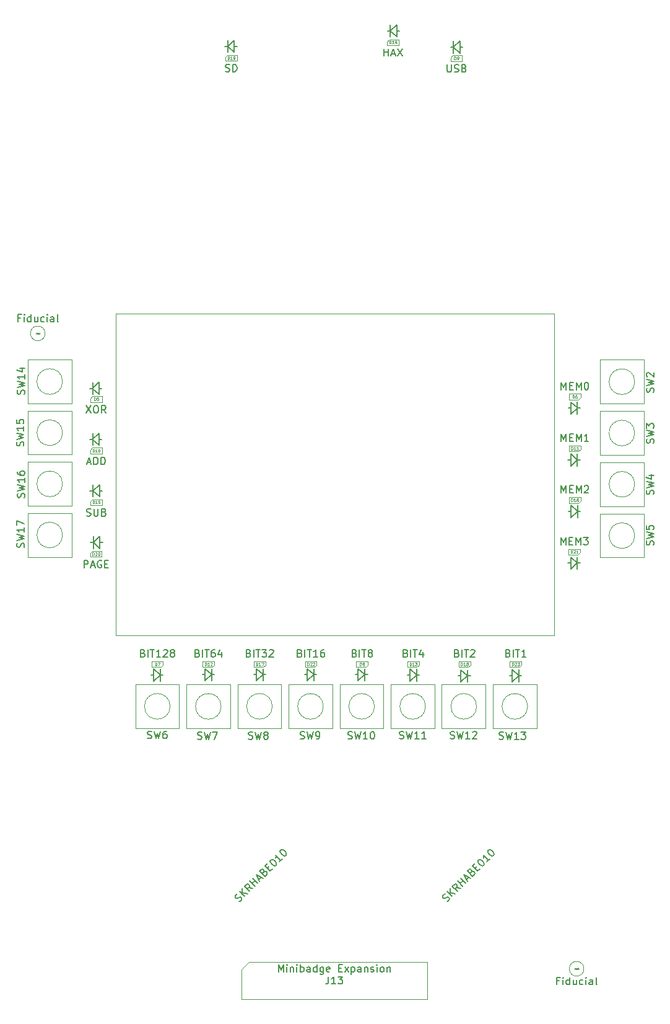
<source format=gbr>
G04 #@! TF.GenerationSoftware,KiCad,Pcbnew,(5.1.5)-3*
G04 #@! TF.CreationDate,2021-01-15T00:49:49-07:00*
G04 #@! TF.ProjectId,purplewizard,70757270-6c65-4776-997a-6172642e6b69,0.1*
G04 #@! TF.SameCoordinates,PX613b810PYa454c00*
G04 #@! TF.FileFunction,Other,Fab,Top*
%FSLAX46Y46*%
G04 Gerber Fmt 4.6, Leading zero omitted, Abs format (unit mm)*
G04 Created by KiCad (PCBNEW (5.1.5)-3) date 2021-01-15 00:49:49*
%MOMM*%
%LPD*%
G04 APERTURE LIST*
%ADD10C,0.150000*%
%ADD11C,0.100000*%
%ADD12C,0.120000*%
%ADD13C,0.040000*%
%ADD14C,0.060000*%
G04 APERTURE END LIST*
D10*
X21570000Y47480000D02*
X21570000Y45840000D01*
X21570000Y45840000D02*
X22470000Y46690000D01*
X22470000Y46700000D02*
X21570000Y47480000D01*
X21560000Y46700000D02*
X21200000Y46700000D01*
X22460000Y46700000D02*
X22870000Y46700000D01*
X22460000Y47490000D02*
X22460000Y45850000D01*
X29480000Y47530000D02*
X29480000Y45890000D01*
X28580000Y46740000D02*
X28220000Y46740000D01*
X28590000Y45880000D02*
X29490000Y46730000D01*
X29490000Y46740000D02*
X28590000Y47520000D01*
X28590000Y47520000D02*
X28590000Y45880000D01*
X29480000Y46740000D02*
X29890000Y46740000D01*
X36510000Y46740000D02*
X36920000Y46740000D01*
X36520000Y46740000D02*
X35620000Y47520000D01*
X35620000Y47520000D02*
X35620000Y45880000D01*
X35620000Y45880000D02*
X36520000Y46730000D01*
X36510000Y47530000D02*
X36510000Y45890000D01*
X35610000Y46740000D02*
X35250000Y46740000D01*
X42560000Y47520000D02*
X42560000Y45880000D01*
X42550000Y46740000D02*
X42190000Y46740000D01*
X42560000Y45880000D02*
X43460000Y46730000D01*
X43450000Y47530000D02*
X43450000Y45890000D01*
X43450000Y46740000D02*
X43860000Y46740000D01*
X43460000Y46740000D02*
X42560000Y47520000D01*
X50420000Y46730000D02*
X50830000Y46730000D01*
X49530000Y45870000D02*
X50430000Y46720000D01*
X50430000Y46730000D02*
X49530000Y47510000D01*
X49520000Y46730000D02*
X49160000Y46730000D01*
X50420000Y47520000D02*
X50420000Y45880000D01*
X49530000Y47510000D02*
X49530000Y45870000D01*
X57510000Y46700000D02*
X57920000Y46700000D01*
X56620000Y45840000D02*
X57520000Y46690000D01*
X57520000Y46700000D02*
X56620000Y47480000D01*
X56610000Y46700000D02*
X56250000Y46700000D01*
X57510000Y47490000D02*
X57510000Y45850000D01*
X56620000Y47480000D02*
X56620000Y45840000D01*
X64470000Y46580000D02*
X63570000Y47360000D01*
X63560000Y46580000D02*
X63200000Y46580000D01*
X64460000Y46580000D02*
X64870000Y46580000D01*
X64460000Y47370000D02*
X64460000Y45730000D01*
X63570000Y47360000D02*
X63570000Y45720000D01*
X63570000Y45720000D02*
X64470000Y46570000D01*
X70580000Y46620000D02*
X70220000Y46620000D01*
X71480000Y46620000D02*
X71890000Y46620000D01*
X71480000Y47410000D02*
X71480000Y45770000D01*
X71490000Y46620000D02*
X70590000Y47400000D01*
X70590000Y45760000D02*
X71490000Y46610000D01*
X70590000Y47400000D02*
X70590000Y45760000D01*
X78600000Y61140000D02*
X79500000Y61990000D01*
X79490000Y62000000D02*
X79900000Y62000000D01*
X79490000Y62790000D02*
X79490000Y61150000D01*
X78600000Y62780000D02*
X78600000Y61140000D01*
X79500000Y62000000D02*
X78600000Y62780000D01*
X78590000Y62000000D02*
X78230000Y62000000D01*
X78630000Y68190000D02*
X79530000Y69040000D01*
X79520000Y69840000D02*
X79520000Y68200000D01*
X78620000Y69050000D02*
X78260000Y69050000D01*
X78630000Y69830000D02*
X78630000Y68190000D01*
X79520000Y69050000D02*
X79930000Y69050000D01*
X79530000Y69050000D02*
X78630000Y69830000D01*
X78610000Y75230000D02*
X79510000Y76080000D01*
X79500000Y76090000D02*
X79910000Y76090000D01*
X79500000Y76880000D02*
X79500000Y75240000D01*
X78600000Y76090000D02*
X78240000Y76090000D01*
X79510000Y76090000D02*
X78610000Y76870000D01*
X78610000Y76870000D02*
X78610000Y75230000D01*
X78620000Y83960000D02*
X78620000Y82320000D01*
X78620000Y82320000D02*
X79520000Y83170000D01*
X79520000Y83180000D02*
X78620000Y83960000D01*
X79510000Y83180000D02*
X79920000Y83180000D01*
X79510000Y83970000D02*
X79510000Y82330000D01*
X78610000Y83180000D02*
X78250000Y83180000D01*
X62570000Y131610000D02*
X62570000Y133250000D01*
X62570000Y132400000D02*
X62160000Y132400000D01*
X62560000Y132400000D02*
X63460000Y131620000D01*
X63460000Y131620000D02*
X63460000Y133260000D01*
X63460000Y133260000D02*
X62560000Y132410000D01*
X63470000Y132400000D02*
X63830000Y132400000D01*
X53940000Y133860000D02*
X53940000Y135500000D01*
X54830000Y135510000D02*
X53930000Y134660000D01*
X53930000Y134650000D02*
X54830000Y133870000D01*
X53940000Y134650000D02*
X53530000Y134650000D01*
X54840000Y134650000D02*
X55200000Y134650000D01*
X54830000Y133870000D02*
X54830000Y135510000D01*
X31690000Y131750000D02*
X31690000Y133390000D01*
X32590000Y132540000D02*
X32950000Y132540000D01*
X32580000Y133400000D02*
X31680000Y132550000D01*
X31680000Y132540000D02*
X32580000Y131760000D01*
X32580000Y131760000D02*
X32580000Y133400000D01*
X31690000Y132540000D02*
X31280000Y132540000D01*
X14220000Y64760000D02*
X14580000Y64760000D01*
X13320000Y63970000D02*
X13320000Y65610000D01*
X13310000Y64760000D02*
X14210000Y63980000D01*
X14210000Y65620000D02*
X13310000Y64770000D01*
X13320000Y64760000D02*
X12910000Y64760000D01*
X14210000Y63980000D02*
X14210000Y65620000D01*
X14170000Y71810000D02*
X14530000Y71810000D01*
X13260000Y71810000D02*
X14160000Y71030000D01*
X13270000Y71810000D02*
X12860000Y71810000D01*
X13270000Y71020000D02*
X13270000Y72660000D01*
X14160000Y72670000D02*
X13260000Y71820000D01*
X14160000Y71030000D02*
X14160000Y72670000D01*
X13230000Y78050000D02*
X13230000Y79690000D01*
X14130000Y78840000D02*
X14490000Y78840000D01*
X14120000Y79700000D02*
X13220000Y78850000D01*
X13220000Y78840000D02*
X14120000Y78060000D01*
X14120000Y78060000D02*
X14120000Y79700000D01*
X13230000Y78840000D02*
X12820000Y78840000D01*
X13230000Y85820000D02*
X12820000Y85820000D01*
X13230000Y85030000D02*
X13230000Y86670000D01*
X14120000Y85040000D02*
X14120000Y86680000D01*
X14130000Y85820000D02*
X14490000Y85820000D01*
X14120000Y86680000D02*
X13220000Y85830000D01*
X13220000Y85820000D02*
X14120000Y85040000D01*
D11*
X6730000Y93340000D02*
G75*
G03X6730000Y93340000I-1000000J0D01*
G01*
X80410000Y6550000D02*
G75*
G03X80410000Y6550000I-1000000J0D01*
G01*
D12*
X16380400Y96066400D02*
X16380400Y52066400D01*
X76380400Y52066400D02*
X76380400Y96066400D01*
X16380400Y52066400D02*
X76380400Y52066400D01*
X16380400Y96066400D02*
X76380400Y96066400D01*
D11*
X14516000Y76909134D02*
X14516000Y77709134D01*
X12916000Y76909134D02*
X14516000Y76909134D01*
X12916000Y77409134D02*
X12916000Y76909134D01*
X13216000Y77709134D02*
X12916000Y77409134D01*
X14516000Y77709134D02*
X13216000Y77709134D01*
X14516000Y69864868D02*
X14516000Y70664868D01*
X12916000Y69864868D02*
X14516000Y69864868D01*
X12916000Y70364868D02*
X12916000Y69864868D01*
X13216000Y70664868D02*
X12916000Y70364868D01*
X14516000Y70664868D02*
X13216000Y70664868D01*
X78346400Y70961200D02*
X78346400Y70161200D01*
X79946400Y70961200D02*
X78346400Y70961200D01*
X79946400Y70461200D02*
X79946400Y70961200D01*
X79646400Y70161200D02*
X79946400Y70461200D01*
X78346400Y70161200D02*
X79646400Y70161200D01*
X35271628Y48558400D02*
X35271628Y47758400D01*
X36871628Y48558400D02*
X35271628Y48558400D01*
X36871628Y48058400D02*
X36871628Y48558400D01*
X36571628Y47758400D02*
X36871628Y48058400D01*
X35271628Y47758400D02*
X36571628Y47758400D01*
X32970000Y130570000D02*
X32970000Y131370000D01*
X31370000Y130570000D02*
X32970000Y130570000D01*
X31370000Y131070000D02*
X31370000Y130570000D01*
X31670000Y131370000D02*
X31370000Y131070000D01*
X32970000Y131370000D02*
X31670000Y131370000D01*
X14490600Y62820600D02*
X14490600Y63620600D01*
X12890600Y62820600D02*
X14490600Y62820600D01*
X12890600Y63320600D02*
X12890600Y62820600D01*
X13190600Y63620600D02*
X12890600Y63320600D01*
X14490600Y63620600D02*
X13190600Y63620600D01*
X63760000Y130510000D02*
X63760000Y131310000D01*
X62160000Y130510000D02*
X63760000Y130510000D01*
X62160000Y131010000D02*
X62160000Y130510000D01*
X62460000Y131310000D02*
X62160000Y131010000D01*
X63760000Y131310000D02*
X62460000Y131310000D01*
X14516000Y83953400D02*
X14516000Y84753400D01*
X12916000Y83953400D02*
X14516000Y83953400D01*
X12916000Y84453400D02*
X12916000Y83953400D01*
X13216000Y84753400D02*
X12916000Y84453400D01*
X14516000Y84753400D02*
X13216000Y84753400D01*
X28272114Y48558400D02*
X28272114Y47758400D01*
X29872114Y48558400D02*
X28272114Y48558400D01*
X29872114Y48058400D02*
X29872114Y48558400D01*
X29572114Y47758400D02*
X29872114Y48058400D01*
X28272114Y47758400D02*
X29572114Y47758400D01*
X63269684Y48558400D02*
X63269684Y47758400D01*
X64869684Y48558400D02*
X63269684Y48558400D01*
X64869684Y48058400D02*
X64869684Y48558400D01*
X64569684Y47758400D02*
X64869684Y48058400D01*
X63269684Y47758400D02*
X64569684Y47758400D01*
X49270656Y48558400D02*
X49270656Y47758400D01*
X50870656Y48558400D02*
X49270656Y48558400D01*
X50870656Y48058400D02*
X50870656Y48558400D01*
X50570656Y47758400D02*
X50870656Y48058400D01*
X49270656Y47758400D02*
X50570656Y47758400D01*
X21272600Y48558400D02*
X21272600Y47758400D01*
X22872600Y48558400D02*
X21272600Y48558400D01*
X22872600Y48058400D02*
X22872600Y48558400D01*
X22572600Y47758400D02*
X22872600Y48058400D01*
X21272600Y47758400D02*
X22572600Y47758400D01*
X78346400Y78022400D02*
X78346400Y77222400D01*
X79946400Y78022400D02*
X78346400Y78022400D01*
X79946400Y77522400D02*
X79946400Y78022400D01*
X79646400Y77222400D02*
X79946400Y77522400D01*
X78346400Y77222400D02*
X79646400Y77222400D01*
X56270170Y48558400D02*
X56270170Y47758400D01*
X57870170Y48558400D02*
X56270170Y48558400D01*
X57870170Y48058400D02*
X57870170Y48558400D01*
X57570170Y47758400D02*
X57870170Y48058400D01*
X56270170Y47758400D02*
X57570170Y47758400D01*
X78346400Y85083600D02*
X78346400Y84283600D01*
X79946400Y85083600D02*
X78346400Y85083600D01*
X79946400Y84583600D02*
X79946400Y85083600D01*
X79646400Y84283600D02*
X79946400Y84583600D01*
X78346400Y84283600D02*
X79646400Y84283600D01*
X55079800Y132696000D02*
X55079800Y133496000D01*
X53479800Y132696000D02*
X55079800Y132696000D01*
X53479800Y133196000D02*
X53479800Y132696000D01*
X53779800Y133496000D02*
X53479800Y133196000D01*
X55079800Y133496000D02*
X53779800Y133496000D01*
X9110714Y72786260D02*
G75*
G03X9110714Y72786260I-1750714J0D01*
G01*
X10360000Y75786260D02*
X4360000Y75786260D01*
X10360000Y69786260D02*
X10360000Y75786260D01*
X4360000Y69786260D02*
X10360000Y69786260D01*
X4360000Y75786260D02*
X4360000Y69786260D01*
X44771056Y42392600D02*
G75*
G03X44771056Y42392600I-1750714J0D01*
G01*
X40020342Y45392600D02*
X40020342Y39392600D01*
X46020342Y45392600D02*
X40020342Y45392600D01*
X46020342Y39392600D02*
X46020342Y45392600D01*
X40020342Y39392600D02*
X46020342Y39392600D01*
X87344434Y86740200D02*
G75*
G03X87344434Y86740200I-1750714J0D01*
G01*
X88593720Y89740200D02*
X82593720Y89740200D01*
X88593720Y83740200D02*
X88593720Y89740200D01*
X82593720Y83740200D02*
X88593720Y83740200D01*
X82593720Y89740200D02*
X82593720Y83740200D01*
X87344434Y79732954D02*
G75*
G03X87344434Y79732954I-1750714J0D01*
G01*
X88593720Y82732954D02*
X82593720Y82732954D01*
X88593720Y76732954D02*
X88593720Y82732954D01*
X82593720Y76732954D02*
X88593720Y76732954D01*
X82593720Y82732954D02*
X82593720Y76732954D01*
X72708154Y42392600D02*
G75*
G03X72708154Y42392600I-1750714J0D01*
G01*
X67957440Y45392600D02*
X67957440Y39392600D01*
X73957440Y45392600D02*
X67957440Y45392600D01*
X73957440Y39392600D02*
X73957440Y45392600D01*
X67957440Y39392600D02*
X73957440Y39392600D01*
X65723878Y42392600D02*
G75*
G03X65723878Y42392600I-1750714J0D01*
G01*
X60973164Y45392600D02*
X60973164Y39392600D01*
X66973164Y45392600D02*
X60973164Y45392600D01*
X66973164Y39392600D02*
X66973164Y45392600D01*
X60973164Y39392600D02*
X66973164Y39392600D01*
X58739604Y42392600D02*
G75*
G03X58739604Y42392600I-1750714J0D01*
G01*
X53988890Y45392600D02*
X53988890Y39392600D01*
X59988890Y45392600D02*
X53988890Y45392600D01*
X59988890Y39392600D02*
X59988890Y45392600D01*
X53988890Y39392600D02*
X59988890Y39392600D01*
X9110714Y65800000D02*
G75*
G03X9110714Y65800000I-1750714J0D01*
G01*
X10360000Y68800000D02*
X4360000Y68800000D01*
X10360000Y62800000D02*
X10360000Y68800000D01*
X4360000Y62800000D02*
X10360000Y62800000D01*
X4360000Y68800000D02*
X4360000Y62800000D01*
X30802508Y42392600D02*
G75*
G03X30802508Y42392600I-1750714J0D01*
G01*
X26051794Y45392600D02*
X26051794Y39392600D01*
X32051794Y45392600D02*
X26051794Y45392600D01*
X32051794Y39392600D02*
X32051794Y45392600D01*
X26051794Y39392600D02*
X32051794Y39392600D01*
X87344434Y72725708D02*
G75*
G03X87344434Y72725708I-1750714J0D01*
G01*
X88593720Y75725708D02*
X82593720Y75725708D01*
X88593720Y69725708D02*
X88593720Y75725708D01*
X82593720Y69725708D02*
X88593720Y69725708D01*
X82593720Y75725708D02*
X82593720Y69725708D01*
X87344434Y65718460D02*
G75*
G03X87344434Y65718460I-1750714J0D01*
G01*
X88593720Y68718460D02*
X82593720Y68718460D01*
X88593720Y62718460D02*
X88593720Y68718460D01*
X82593720Y62718460D02*
X88593720Y62718460D01*
X82593720Y68718460D02*
X82593720Y62718460D01*
X9110714Y79772520D02*
G75*
G03X9110714Y79772520I-1750714J0D01*
G01*
X10360000Y82772520D02*
X4360000Y82772520D01*
X10360000Y76772520D02*
X10360000Y82772520D01*
X4360000Y76772520D02*
X10360000Y76772520D01*
X4360000Y82772520D02*
X4360000Y76772520D01*
X51755330Y42392600D02*
G75*
G03X51755330Y42392600I-1750714J0D01*
G01*
X47004616Y45392600D02*
X47004616Y39392600D01*
X53004616Y45392600D02*
X47004616Y45392600D01*
X53004616Y39392600D02*
X53004616Y45392600D01*
X47004616Y39392600D02*
X53004616Y39392600D01*
X23818234Y42392600D02*
G75*
G03X23818234Y42392600I-1750714J0D01*
G01*
X19067520Y45392600D02*
X19067520Y39392600D01*
X25067520Y45392600D02*
X19067520Y45392600D01*
X25067520Y39392600D02*
X25067520Y45392600D01*
X19067520Y39392600D02*
X25067520Y39392600D01*
X9110714Y86758780D02*
G75*
G03X9110714Y86758780I-1750714J0D01*
G01*
X10360000Y89758780D02*
X4360000Y89758780D01*
X10360000Y83758780D02*
X10360000Y89758780D01*
X4360000Y83758780D02*
X10360000Y83758780D01*
X4360000Y89758780D02*
X4360000Y83758780D01*
X37786782Y42392600D02*
G75*
G03X37786782Y42392600I-1750714J0D01*
G01*
X33036068Y45392600D02*
X33036068Y39392600D01*
X39036068Y45392600D02*
X33036068Y45392600D01*
X39036068Y39392600D02*
X39036068Y45392600D01*
X33036068Y39392600D02*
X39036068Y39392600D01*
X42271142Y48558400D02*
X42271142Y47758400D01*
X43871142Y48558400D02*
X42271142Y48558400D01*
X43871142Y48058400D02*
X43871142Y48558400D01*
X43571142Y47758400D02*
X43871142Y48058400D01*
X42271142Y47758400D02*
X43571142Y47758400D01*
X78295600Y63900000D02*
X78295600Y63100000D01*
X79895600Y63900000D02*
X78295600Y63900000D01*
X79895600Y63400000D02*
X79895600Y63900000D01*
X79595600Y63100000D02*
X79895600Y63400000D01*
X78295600Y63100000D02*
X79595600Y63100000D01*
X70269200Y48558400D02*
X70269200Y47758400D01*
X71869200Y48558400D02*
X70269200Y48558400D01*
X71869200Y48058400D02*
X71869200Y48558400D01*
X71569200Y47758400D02*
X71869200Y48058400D01*
X70269200Y47758400D02*
X71569200Y47758400D01*
X58978800Y2387600D02*
X33578800Y2387600D01*
X58978800Y7467600D02*
X58978800Y2387600D01*
X34578800Y7467600D02*
X58978800Y7467600D01*
X33578800Y6467600D02*
X34578800Y7467600D01*
X33578800Y2387600D02*
X33578800Y6467600D01*
D10*
X3359047Y95441429D02*
X3025714Y95441429D01*
X3025714Y94917620D02*
X3025714Y95917620D01*
X3501904Y95917620D01*
X3882857Y94917620D02*
X3882857Y95584286D01*
X3882857Y95917620D02*
X3835238Y95870000D01*
X3882857Y95822381D01*
X3930476Y95870000D01*
X3882857Y95917620D01*
X3882857Y95822381D01*
X4787619Y94917620D02*
X4787619Y95917620D01*
X4787619Y94965239D02*
X4692380Y94917620D01*
X4501904Y94917620D01*
X4406666Y94965239D01*
X4359047Y95012858D01*
X4311428Y95108096D01*
X4311428Y95393810D01*
X4359047Y95489048D01*
X4406666Y95536667D01*
X4501904Y95584286D01*
X4692380Y95584286D01*
X4787619Y95536667D01*
X5692380Y95584286D02*
X5692380Y94917620D01*
X5263809Y95584286D02*
X5263809Y95060477D01*
X5311428Y94965239D01*
X5406666Y94917620D01*
X5549523Y94917620D01*
X5644761Y94965239D01*
X5692380Y95012858D01*
X6597142Y94965239D02*
X6501904Y94917620D01*
X6311428Y94917620D01*
X6216190Y94965239D01*
X6168571Y95012858D01*
X6120952Y95108096D01*
X6120952Y95393810D01*
X6168571Y95489048D01*
X6216190Y95536667D01*
X6311428Y95584286D01*
X6501904Y95584286D01*
X6597142Y95536667D01*
X7025714Y94917620D02*
X7025714Y95584286D01*
X7025714Y95917620D02*
X6978095Y95870000D01*
X7025714Y95822381D01*
X7073333Y95870000D01*
X7025714Y95917620D01*
X7025714Y95822381D01*
X7930476Y94917620D02*
X7930476Y95441429D01*
X7882857Y95536667D01*
X7787619Y95584286D01*
X7597142Y95584286D01*
X7501904Y95536667D01*
X7930476Y94965239D02*
X7835238Y94917620D01*
X7597142Y94917620D01*
X7501904Y94965239D01*
X7454285Y95060477D01*
X7454285Y95155715D01*
X7501904Y95250953D01*
X7597142Y95298572D01*
X7835238Y95298572D01*
X7930476Y95346191D01*
X8549523Y94917620D02*
X8454285Y94965239D01*
X8406666Y95060477D01*
X8406666Y95917620D01*
D13*
X5515714Y93354286D02*
X5449047Y93354286D01*
X5449047Y93249524D02*
X5449047Y93449524D01*
X5544285Y93449524D01*
X5620476Y93249524D02*
X5620476Y93449524D01*
X5715714Y93249524D02*
X5715714Y93449524D01*
X5763333Y93449524D01*
X5791904Y93440000D01*
X5810952Y93420953D01*
X5820476Y93401905D01*
X5830000Y93363810D01*
X5830000Y93335239D01*
X5820476Y93297143D01*
X5810952Y93278096D01*
X5791904Y93259048D01*
X5763333Y93249524D01*
X5715714Y93249524D01*
X5896666Y93449524D02*
X6020476Y93449524D01*
X5953809Y93373334D01*
X5982380Y93373334D01*
X6001428Y93363810D01*
X6010952Y93354286D01*
X6020476Y93335239D01*
X6020476Y93287620D01*
X6010952Y93268572D01*
X6001428Y93259048D01*
X5982380Y93249524D01*
X5925238Y93249524D01*
X5906190Y93259048D01*
X5896666Y93268572D01*
D10*
X77029047Y4906929D02*
X76695714Y4906929D01*
X76695714Y4383120D02*
X76695714Y5383120D01*
X77171904Y5383120D01*
X77552857Y4383120D02*
X77552857Y5049786D01*
X77552857Y5383120D02*
X77505238Y5335500D01*
X77552857Y5287881D01*
X77600476Y5335500D01*
X77552857Y5383120D01*
X77552857Y5287881D01*
X78457619Y4383120D02*
X78457619Y5383120D01*
X78457619Y4430739D02*
X78362380Y4383120D01*
X78171904Y4383120D01*
X78076666Y4430739D01*
X78029047Y4478358D01*
X77981428Y4573596D01*
X77981428Y4859310D01*
X78029047Y4954548D01*
X78076666Y5002167D01*
X78171904Y5049786D01*
X78362380Y5049786D01*
X78457619Y5002167D01*
X79362380Y5049786D02*
X79362380Y4383120D01*
X78933809Y5049786D02*
X78933809Y4525977D01*
X78981428Y4430739D01*
X79076666Y4383120D01*
X79219523Y4383120D01*
X79314761Y4430739D01*
X79362380Y4478358D01*
X80267142Y4430739D02*
X80171904Y4383120D01*
X79981428Y4383120D01*
X79886190Y4430739D01*
X79838571Y4478358D01*
X79790952Y4573596D01*
X79790952Y4859310D01*
X79838571Y4954548D01*
X79886190Y5002167D01*
X79981428Y5049786D01*
X80171904Y5049786D01*
X80267142Y5002167D01*
X80695714Y4383120D02*
X80695714Y5049786D01*
X80695714Y5383120D02*
X80648095Y5335500D01*
X80695714Y5287881D01*
X80743333Y5335500D01*
X80695714Y5383120D01*
X80695714Y5287881D01*
X81600476Y4383120D02*
X81600476Y4906929D01*
X81552857Y5002167D01*
X81457619Y5049786D01*
X81267142Y5049786D01*
X81171904Y5002167D01*
X81600476Y4430739D02*
X81505238Y4383120D01*
X81267142Y4383120D01*
X81171904Y4430739D01*
X81124285Y4525977D01*
X81124285Y4621215D01*
X81171904Y4716453D01*
X81267142Y4764072D01*
X81505238Y4764072D01*
X81600476Y4811691D01*
X82219523Y4383120D02*
X82124285Y4430739D01*
X82076666Y4525977D01*
X82076666Y5383120D01*
D13*
X79195714Y6564286D02*
X79129047Y6564286D01*
X79129047Y6459524D02*
X79129047Y6659524D01*
X79224285Y6659524D01*
X79300476Y6459524D02*
X79300476Y6659524D01*
X79395714Y6459524D02*
X79395714Y6659524D01*
X79443333Y6659524D01*
X79471904Y6650000D01*
X79490952Y6630953D01*
X79500476Y6611905D01*
X79510000Y6573810D01*
X79510000Y6545239D01*
X79500476Y6507143D01*
X79490952Y6488096D01*
X79471904Y6469048D01*
X79443333Y6459524D01*
X79395714Y6459524D01*
X79681428Y6592858D02*
X79681428Y6459524D01*
X79633809Y6669048D02*
X79586190Y6526191D01*
X79710000Y6526191D01*
D10*
X12477904Y75712468D02*
X12954095Y75712468D01*
X12382666Y75426754D02*
X12716000Y76426754D01*
X13049333Y75426754D01*
X13382666Y75426754D02*
X13382666Y76426754D01*
X13620761Y76426754D01*
X13763619Y76379134D01*
X13858857Y76283896D01*
X13906476Y76188658D01*
X13954095Y75998182D01*
X13954095Y75855325D01*
X13906476Y75664849D01*
X13858857Y75569611D01*
X13763619Y75474373D01*
X13620761Y75426754D01*
X13382666Y75426754D01*
X14382666Y75426754D02*
X14382666Y76426754D01*
X14620761Y76426754D01*
X14763619Y76379134D01*
X14858857Y76283896D01*
X14906476Y76188658D01*
X14954095Y75998182D01*
X14954095Y75855325D01*
X14906476Y75664849D01*
X14858857Y75569611D01*
X14763619Y75474373D01*
X14620761Y75426754D01*
X14382666Y75426754D01*
D14*
X13230285Y77128182D02*
X13230285Y77528182D01*
X13325523Y77528182D01*
X13382666Y77509134D01*
X13420761Y77471039D01*
X13439809Y77432944D01*
X13458857Y77356754D01*
X13458857Y77299611D01*
X13439809Y77223420D01*
X13420761Y77185325D01*
X13382666Y77147230D01*
X13325523Y77128182D01*
X13230285Y77128182D01*
X13839809Y77128182D02*
X13611238Y77128182D01*
X13725523Y77128182D02*
X13725523Y77528182D01*
X13687428Y77471039D01*
X13649333Y77432944D01*
X13611238Y77413896D01*
X14087428Y77528182D02*
X14125523Y77528182D01*
X14163619Y77509134D01*
X14182666Y77490087D01*
X14201714Y77451992D01*
X14220761Y77375801D01*
X14220761Y77280563D01*
X14201714Y77204373D01*
X14182666Y77166277D01*
X14163619Y77147230D01*
X14125523Y77128182D01*
X14087428Y77128182D01*
X14049333Y77147230D01*
X14030285Y77166277D01*
X14011238Y77204373D01*
X13992190Y77280563D01*
X13992190Y77375801D01*
X14011238Y77451992D01*
X14030285Y77490087D01*
X14049333Y77509134D01*
X14087428Y77528182D01*
D10*
X12406476Y68430107D02*
X12549333Y68382488D01*
X12787428Y68382488D01*
X12882666Y68430107D01*
X12930285Y68477726D01*
X12977904Y68572964D01*
X12977904Y68668202D01*
X12930285Y68763440D01*
X12882666Y68811059D01*
X12787428Y68858678D01*
X12596952Y68906297D01*
X12501714Y68953916D01*
X12454095Y69001535D01*
X12406476Y69096773D01*
X12406476Y69192011D01*
X12454095Y69287249D01*
X12501714Y69334868D01*
X12596952Y69382488D01*
X12835047Y69382488D01*
X12977904Y69334868D01*
X13406476Y69382488D02*
X13406476Y68572964D01*
X13454095Y68477726D01*
X13501714Y68430107D01*
X13596952Y68382488D01*
X13787428Y68382488D01*
X13882666Y68430107D01*
X13930285Y68477726D01*
X13977904Y68572964D01*
X13977904Y69382488D01*
X14787428Y68906297D02*
X14930285Y68858678D01*
X14977904Y68811059D01*
X15025523Y68715821D01*
X15025523Y68572964D01*
X14977904Y68477726D01*
X14930285Y68430107D01*
X14835047Y68382488D01*
X14454095Y68382488D01*
X14454095Y69382488D01*
X14787428Y69382488D01*
X14882666Y69334868D01*
X14930285Y69287249D01*
X14977904Y69192011D01*
X14977904Y69096773D01*
X14930285Y69001535D01*
X14882666Y68953916D01*
X14787428Y68906297D01*
X14454095Y68906297D01*
D14*
X13230285Y70083916D02*
X13230285Y70483916D01*
X13325523Y70483916D01*
X13382666Y70464868D01*
X13420761Y70426773D01*
X13439809Y70388678D01*
X13458857Y70312488D01*
X13458857Y70255345D01*
X13439809Y70179154D01*
X13420761Y70141059D01*
X13382666Y70102964D01*
X13325523Y70083916D01*
X13230285Y70083916D01*
X13839809Y70083916D02*
X13611238Y70083916D01*
X13725523Y70083916D02*
X13725523Y70483916D01*
X13687428Y70426773D01*
X13649333Y70388678D01*
X13611238Y70369630D01*
X14201714Y70483916D02*
X14011238Y70483916D01*
X13992190Y70293440D01*
X14011238Y70312488D01*
X14049333Y70331535D01*
X14144571Y70331535D01*
X14182666Y70312488D01*
X14201714Y70293440D01*
X14220761Y70255345D01*
X14220761Y70160107D01*
X14201714Y70122011D01*
X14182666Y70102964D01*
X14144571Y70083916D01*
X14049333Y70083916D01*
X14011238Y70102964D01*
X13992190Y70122011D01*
D10*
X77313066Y71538820D02*
X77313066Y72538820D01*
X77646400Y71824534D01*
X77979733Y72538820D01*
X77979733Y71538820D01*
X78455923Y72062629D02*
X78789257Y72062629D01*
X78932114Y71538820D02*
X78455923Y71538820D01*
X78455923Y72538820D01*
X78932114Y72538820D01*
X79360685Y71538820D02*
X79360685Y72538820D01*
X79694019Y71824534D01*
X80027352Y72538820D01*
X80027352Y71538820D01*
X80455923Y72443581D02*
X80503542Y72491200D01*
X80598780Y72538820D01*
X80836876Y72538820D01*
X80932114Y72491200D01*
X80979733Y72443581D01*
X81027352Y72348343D01*
X81027352Y72253105D01*
X80979733Y72110248D01*
X80408304Y71538820D01*
X81027352Y71538820D01*
D14*
X78660685Y70380248D02*
X78660685Y70780248D01*
X78755923Y70780248D01*
X78813066Y70761200D01*
X78851161Y70723105D01*
X78870209Y70685010D01*
X78889257Y70608820D01*
X78889257Y70551677D01*
X78870209Y70475486D01*
X78851161Y70437391D01*
X78813066Y70399296D01*
X78755923Y70380248D01*
X78660685Y70380248D01*
X79270209Y70380248D02*
X79041638Y70380248D01*
X79155923Y70380248D02*
X79155923Y70780248D01*
X79117828Y70723105D01*
X79079733Y70685010D01*
X79041638Y70665962D01*
X79613066Y70780248D02*
X79536876Y70780248D01*
X79498780Y70761200D01*
X79479733Y70742153D01*
X79441638Y70685010D01*
X79422590Y70608820D01*
X79422590Y70456439D01*
X79441638Y70418343D01*
X79460685Y70399296D01*
X79498780Y70380248D01*
X79574971Y70380248D01*
X79613066Y70399296D01*
X79632114Y70418343D01*
X79651161Y70456439D01*
X79651161Y70551677D01*
X79632114Y70589772D01*
X79613066Y70608820D01*
X79574971Y70627867D01*
X79498780Y70627867D01*
X79460685Y70608820D01*
X79441638Y70589772D01*
X79422590Y70551677D01*
D10*
X34571628Y49659829D02*
X34714485Y49612210D01*
X34762104Y49564591D01*
X34809723Y49469353D01*
X34809723Y49326496D01*
X34762104Y49231258D01*
X34714485Y49183639D01*
X34619247Y49136020D01*
X34238294Y49136020D01*
X34238294Y50136020D01*
X34571628Y50136020D01*
X34666866Y50088400D01*
X34714485Y50040781D01*
X34762104Y49945543D01*
X34762104Y49850305D01*
X34714485Y49755067D01*
X34666866Y49707448D01*
X34571628Y49659829D01*
X34238294Y49659829D01*
X35238294Y49136020D02*
X35238294Y50136020D01*
X35571628Y50136020D02*
X36143056Y50136020D01*
X35857342Y49136020D02*
X35857342Y50136020D01*
X36381151Y50136020D02*
X37000199Y50136020D01*
X36666866Y49755067D01*
X36809723Y49755067D01*
X36904961Y49707448D01*
X36952580Y49659829D01*
X37000199Y49564591D01*
X37000199Y49326496D01*
X36952580Y49231258D01*
X36904961Y49183639D01*
X36809723Y49136020D01*
X36524008Y49136020D01*
X36428770Y49183639D01*
X36381151Y49231258D01*
X37381151Y50040781D02*
X37428770Y50088400D01*
X37524008Y50136020D01*
X37762104Y50136020D01*
X37857342Y50088400D01*
X37904961Y50040781D01*
X37952580Y49945543D01*
X37952580Y49850305D01*
X37904961Y49707448D01*
X37333532Y49136020D01*
X37952580Y49136020D01*
D14*
X35585913Y47977448D02*
X35585913Y48377448D01*
X35681151Y48377448D01*
X35738294Y48358400D01*
X35776389Y48320305D01*
X35795437Y48282210D01*
X35814485Y48206020D01*
X35814485Y48148877D01*
X35795437Y48072686D01*
X35776389Y48034591D01*
X35738294Y47996496D01*
X35681151Y47977448D01*
X35585913Y47977448D01*
X36195437Y47977448D02*
X35966866Y47977448D01*
X36081151Y47977448D02*
X36081151Y48377448D01*
X36043056Y48320305D01*
X36004961Y48282210D01*
X35966866Y48263162D01*
X36328770Y48377448D02*
X36595437Y48377448D01*
X36424008Y47977448D01*
D10*
X31384285Y129135239D02*
X31527142Y129087620D01*
X31765238Y129087620D01*
X31860476Y129135239D01*
X31908095Y129182858D01*
X31955714Y129278096D01*
X31955714Y129373334D01*
X31908095Y129468572D01*
X31860476Y129516191D01*
X31765238Y129563810D01*
X31574761Y129611429D01*
X31479523Y129659048D01*
X31431904Y129706667D01*
X31384285Y129801905D01*
X31384285Y129897143D01*
X31431904Y129992381D01*
X31479523Y130040000D01*
X31574761Y130087620D01*
X31812857Y130087620D01*
X31955714Y130040000D01*
X32384285Y129087620D02*
X32384285Y130087620D01*
X32622380Y130087620D01*
X32765238Y130040000D01*
X32860476Y129944762D01*
X32908095Y129849524D01*
X32955714Y129659048D01*
X32955714Y129516191D01*
X32908095Y129325715D01*
X32860476Y129230477D01*
X32765238Y129135239D01*
X32622380Y129087620D01*
X32384285Y129087620D01*
D14*
X31684285Y130789048D02*
X31684285Y131189048D01*
X31779523Y131189048D01*
X31836666Y131170000D01*
X31874761Y131131905D01*
X31893809Y131093810D01*
X31912857Y131017620D01*
X31912857Y130960477D01*
X31893809Y130884286D01*
X31874761Y130846191D01*
X31836666Y130808096D01*
X31779523Y130789048D01*
X31684285Y130789048D01*
X32293809Y130789048D02*
X32065238Y130789048D01*
X32179523Y130789048D02*
X32179523Y131189048D01*
X32141428Y131131905D01*
X32103333Y131093810D01*
X32065238Y131074762D01*
X32484285Y130789048D02*
X32560476Y130789048D01*
X32598571Y130808096D01*
X32617619Y130827143D01*
X32655714Y130884286D01*
X32674761Y130960477D01*
X32674761Y131112858D01*
X32655714Y131150953D01*
X32636666Y131170000D01*
X32598571Y131189048D01*
X32522380Y131189048D01*
X32484285Y131170000D01*
X32465238Y131150953D01*
X32446190Y131112858D01*
X32446190Y131017620D01*
X32465238Y130979524D01*
X32484285Y130960477D01*
X32522380Y130941429D01*
X32598571Y130941429D01*
X32636666Y130960477D01*
X32655714Y130979524D01*
X32674761Y131017620D01*
D10*
X12047742Y61338220D02*
X12047742Y62338220D01*
X12428695Y62338220D01*
X12523933Y62290600D01*
X12571552Y62242981D01*
X12619171Y62147743D01*
X12619171Y62004886D01*
X12571552Y61909648D01*
X12523933Y61862029D01*
X12428695Y61814410D01*
X12047742Y61814410D01*
X13000123Y61623934D02*
X13476314Y61623934D01*
X12904885Y61338220D02*
X13238219Y62338220D01*
X13571552Y61338220D01*
X14428695Y62290600D02*
X14333457Y62338220D01*
X14190600Y62338220D01*
X14047742Y62290600D01*
X13952504Y62195362D01*
X13904885Y62100124D01*
X13857266Y61909648D01*
X13857266Y61766791D01*
X13904885Y61576315D01*
X13952504Y61481077D01*
X14047742Y61385839D01*
X14190600Y61338220D01*
X14285838Y61338220D01*
X14428695Y61385839D01*
X14476314Y61433458D01*
X14476314Y61766791D01*
X14285838Y61766791D01*
X14904885Y61862029D02*
X15238219Y61862029D01*
X15381076Y61338220D02*
X14904885Y61338220D01*
X14904885Y62338220D01*
X15381076Y62338220D01*
D14*
X13204885Y63039648D02*
X13204885Y63439648D01*
X13300123Y63439648D01*
X13357266Y63420600D01*
X13395361Y63382505D01*
X13414409Y63344410D01*
X13433457Y63268220D01*
X13433457Y63211077D01*
X13414409Y63134886D01*
X13395361Y63096791D01*
X13357266Y63058696D01*
X13300123Y63039648D01*
X13204885Y63039648D01*
X13585838Y63401553D02*
X13604885Y63420600D01*
X13642980Y63439648D01*
X13738219Y63439648D01*
X13776314Y63420600D01*
X13795361Y63401553D01*
X13814409Y63363458D01*
X13814409Y63325362D01*
X13795361Y63268220D01*
X13566790Y63039648D01*
X13814409Y63039648D01*
X14062028Y63439648D02*
X14100123Y63439648D01*
X14138219Y63420600D01*
X14157266Y63401553D01*
X14176314Y63363458D01*
X14195361Y63287267D01*
X14195361Y63192029D01*
X14176314Y63115839D01*
X14157266Y63077743D01*
X14138219Y63058696D01*
X14100123Y63039648D01*
X14062028Y63039648D01*
X14023933Y63058696D01*
X14004885Y63077743D01*
X13985838Y63115839D01*
X13966790Y63192029D01*
X13966790Y63287267D01*
X13985838Y63363458D01*
X14004885Y63401553D01*
X14023933Y63420600D01*
X14062028Y63439648D01*
D10*
X61698095Y130027620D02*
X61698095Y129218096D01*
X61745714Y129122858D01*
X61793333Y129075239D01*
X61888571Y129027620D01*
X62079047Y129027620D01*
X62174285Y129075239D01*
X62221904Y129122858D01*
X62269523Y129218096D01*
X62269523Y130027620D01*
X62698095Y129075239D02*
X62840952Y129027620D01*
X63079047Y129027620D01*
X63174285Y129075239D01*
X63221904Y129122858D01*
X63269523Y129218096D01*
X63269523Y129313334D01*
X63221904Y129408572D01*
X63174285Y129456191D01*
X63079047Y129503810D01*
X62888571Y129551429D01*
X62793333Y129599048D01*
X62745714Y129646667D01*
X62698095Y129741905D01*
X62698095Y129837143D01*
X62745714Y129932381D01*
X62793333Y129980000D01*
X62888571Y130027620D01*
X63126666Y130027620D01*
X63269523Y129980000D01*
X64031428Y129551429D02*
X64174285Y129503810D01*
X64221904Y129456191D01*
X64269523Y129360953D01*
X64269523Y129218096D01*
X64221904Y129122858D01*
X64174285Y129075239D01*
X64079047Y129027620D01*
X63698095Y129027620D01*
X63698095Y130027620D01*
X64031428Y130027620D01*
X64126666Y129980000D01*
X64174285Y129932381D01*
X64221904Y129837143D01*
X64221904Y129741905D01*
X64174285Y129646667D01*
X64126666Y129599048D01*
X64031428Y129551429D01*
X63698095Y129551429D01*
D14*
X62664761Y130729048D02*
X62664761Y131129048D01*
X62760000Y131129048D01*
X62817142Y131110000D01*
X62855238Y131071905D01*
X62874285Y131033810D01*
X62893333Y130957620D01*
X62893333Y130900477D01*
X62874285Y130824286D01*
X62855238Y130786191D01*
X62817142Y130748096D01*
X62760000Y130729048D01*
X62664761Y130729048D01*
X63083809Y130729048D02*
X63160000Y130729048D01*
X63198095Y130748096D01*
X63217142Y130767143D01*
X63255238Y130824286D01*
X63274285Y130900477D01*
X63274285Y131052858D01*
X63255238Y131090953D01*
X63236190Y131110000D01*
X63198095Y131129048D01*
X63121904Y131129048D01*
X63083809Y131110000D01*
X63064761Y131090953D01*
X63045714Y131052858D01*
X63045714Y130957620D01*
X63064761Y130919524D01*
X63083809Y130900477D01*
X63121904Y130881429D01*
X63198095Y130881429D01*
X63236190Y130900477D01*
X63255238Y130919524D01*
X63274285Y130957620D01*
D10*
X12358857Y83471020D02*
X13025523Y82471020D01*
X13025523Y83471020D02*
X12358857Y82471020D01*
X13596952Y83471020D02*
X13787428Y83471020D01*
X13882666Y83423400D01*
X13977904Y83328162D01*
X14025523Y83137686D01*
X14025523Y82804353D01*
X13977904Y82613877D01*
X13882666Y82518639D01*
X13787428Y82471020D01*
X13596952Y82471020D01*
X13501714Y82518639D01*
X13406476Y82613877D01*
X13358857Y82804353D01*
X13358857Y83137686D01*
X13406476Y83328162D01*
X13501714Y83423400D01*
X13596952Y83471020D01*
X15025523Y82471020D02*
X14692190Y82947210D01*
X14454095Y82471020D02*
X14454095Y83471020D01*
X14835047Y83471020D01*
X14930285Y83423400D01*
X14977904Y83375781D01*
X15025523Y83280543D01*
X15025523Y83137686D01*
X14977904Y83042448D01*
X14930285Y82994829D01*
X14835047Y82947210D01*
X14454095Y82947210D01*
D14*
X13420761Y84172448D02*
X13420761Y84572448D01*
X13516000Y84572448D01*
X13573142Y84553400D01*
X13611238Y84515305D01*
X13630285Y84477210D01*
X13649333Y84401020D01*
X13649333Y84343877D01*
X13630285Y84267686D01*
X13611238Y84229591D01*
X13573142Y84191496D01*
X13516000Y84172448D01*
X13420761Y84172448D01*
X14011238Y84572448D02*
X13820761Y84572448D01*
X13801714Y84381972D01*
X13820761Y84401020D01*
X13858857Y84420067D01*
X13954095Y84420067D01*
X13992190Y84401020D01*
X14011238Y84381972D01*
X14030285Y84343877D01*
X14030285Y84248639D01*
X14011238Y84210543D01*
X13992190Y84191496D01*
X13954095Y84172448D01*
X13858857Y84172448D01*
X13820761Y84191496D01*
X13801714Y84210543D01*
D10*
X27572114Y49659829D02*
X27714971Y49612210D01*
X27762590Y49564591D01*
X27810209Y49469353D01*
X27810209Y49326496D01*
X27762590Y49231258D01*
X27714971Y49183639D01*
X27619733Y49136020D01*
X27238780Y49136020D01*
X27238780Y50136020D01*
X27572114Y50136020D01*
X27667352Y50088400D01*
X27714971Y50040781D01*
X27762590Y49945543D01*
X27762590Y49850305D01*
X27714971Y49755067D01*
X27667352Y49707448D01*
X27572114Y49659829D01*
X27238780Y49659829D01*
X28238780Y49136020D02*
X28238780Y50136020D01*
X28572114Y50136020D02*
X29143542Y50136020D01*
X28857828Y49136020D02*
X28857828Y50136020D01*
X29905447Y50136020D02*
X29714971Y50136020D01*
X29619733Y50088400D01*
X29572114Y50040781D01*
X29476875Y49897924D01*
X29429256Y49707448D01*
X29429256Y49326496D01*
X29476875Y49231258D01*
X29524494Y49183639D01*
X29619733Y49136020D01*
X29810209Y49136020D01*
X29905447Y49183639D01*
X29953066Y49231258D01*
X30000685Y49326496D01*
X30000685Y49564591D01*
X29953066Y49659829D01*
X29905447Y49707448D01*
X29810209Y49755067D01*
X29619733Y49755067D01*
X29524494Y49707448D01*
X29476875Y49659829D01*
X29429256Y49564591D01*
X30857828Y49802686D02*
X30857828Y49136020D01*
X30619733Y50183639D02*
X30381637Y49469353D01*
X31000685Y49469353D01*
D14*
X28586399Y47977448D02*
X28586399Y48377448D01*
X28681637Y48377448D01*
X28738780Y48358400D01*
X28776875Y48320305D01*
X28795923Y48282210D01*
X28814971Y48206020D01*
X28814971Y48148877D01*
X28795923Y48072686D01*
X28776875Y48034591D01*
X28738780Y47996496D01*
X28681637Y47977448D01*
X28586399Y47977448D01*
X29195923Y47977448D02*
X28967352Y47977448D01*
X29081637Y47977448D02*
X29081637Y48377448D01*
X29043542Y48320305D01*
X29005447Y48282210D01*
X28967352Y48263162D01*
X29348304Y48339353D02*
X29367352Y48358400D01*
X29405447Y48377448D01*
X29500685Y48377448D01*
X29538780Y48358400D01*
X29557828Y48339353D01*
X29576875Y48301258D01*
X29576875Y48263162D01*
X29557828Y48206020D01*
X29329256Y47977448D01*
X29576875Y47977448D01*
D10*
X63045874Y49659829D02*
X63188731Y49612210D01*
X63236350Y49564591D01*
X63283969Y49469353D01*
X63283969Y49326496D01*
X63236350Y49231258D01*
X63188731Y49183639D01*
X63093493Y49136020D01*
X62712541Y49136020D01*
X62712541Y50136020D01*
X63045874Y50136020D01*
X63141112Y50088400D01*
X63188731Y50040781D01*
X63236350Y49945543D01*
X63236350Y49850305D01*
X63188731Y49755067D01*
X63141112Y49707448D01*
X63045874Y49659829D01*
X62712541Y49659829D01*
X63712541Y49136020D02*
X63712541Y50136020D01*
X64045874Y50136020D02*
X64617303Y50136020D01*
X64331588Y49136020D02*
X64331588Y50136020D01*
X64903017Y50040781D02*
X64950636Y50088400D01*
X65045874Y50136020D01*
X65283969Y50136020D01*
X65379207Y50088400D01*
X65426826Y50040781D01*
X65474445Y49945543D01*
X65474445Y49850305D01*
X65426826Y49707448D01*
X64855398Y49136020D01*
X65474445Y49136020D01*
D14*
X63583969Y47977448D02*
X63583969Y48377448D01*
X63679207Y48377448D01*
X63736350Y48358400D01*
X63774445Y48320305D01*
X63793493Y48282210D01*
X63812541Y48206020D01*
X63812541Y48148877D01*
X63793493Y48072686D01*
X63774445Y48034591D01*
X63736350Y47996496D01*
X63679207Y47977448D01*
X63583969Y47977448D01*
X64193493Y47977448D02*
X63964922Y47977448D01*
X64079207Y47977448D02*
X64079207Y48377448D01*
X64041112Y48320305D01*
X64003017Y48282210D01*
X63964922Y48263162D01*
X64422064Y48206020D02*
X64383969Y48225067D01*
X64364922Y48244115D01*
X64345874Y48282210D01*
X64345874Y48301258D01*
X64364922Y48339353D01*
X64383969Y48358400D01*
X64422064Y48377448D01*
X64498255Y48377448D01*
X64536350Y48358400D01*
X64555398Y48339353D01*
X64574445Y48301258D01*
X64574445Y48282210D01*
X64555398Y48244115D01*
X64536350Y48225067D01*
X64498255Y48206020D01*
X64422064Y48206020D01*
X64383969Y48186972D01*
X64364922Y48167924D01*
X64345874Y48129829D01*
X64345874Y48053639D01*
X64364922Y48015543D01*
X64383969Y47996496D01*
X64422064Y47977448D01*
X64498255Y47977448D01*
X64536350Y47996496D01*
X64555398Y48015543D01*
X64574445Y48053639D01*
X64574445Y48129829D01*
X64555398Y48167924D01*
X64536350Y48186972D01*
X64498255Y48206020D01*
D10*
X49046846Y49659829D02*
X49189703Y49612210D01*
X49237322Y49564591D01*
X49284941Y49469353D01*
X49284941Y49326496D01*
X49237322Y49231258D01*
X49189703Y49183639D01*
X49094465Y49136020D01*
X48713513Y49136020D01*
X48713513Y50136020D01*
X49046846Y50136020D01*
X49142084Y50088400D01*
X49189703Y50040781D01*
X49237322Y49945543D01*
X49237322Y49850305D01*
X49189703Y49755067D01*
X49142084Y49707448D01*
X49046846Y49659829D01*
X48713513Y49659829D01*
X49713513Y49136020D02*
X49713513Y50136020D01*
X50046846Y50136020D02*
X50618275Y50136020D01*
X50332560Y49136020D02*
X50332560Y50136020D01*
X51094465Y49707448D02*
X50999227Y49755067D01*
X50951608Y49802686D01*
X50903989Y49897924D01*
X50903989Y49945543D01*
X50951608Y50040781D01*
X50999227Y50088400D01*
X51094465Y50136020D01*
X51284941Y50136020D01*
X51380179Y50088400D01*
X51427798Y50040781D01*
X51475417Y49945543D01*
X51475417Y49897924D01*
X51427798Y49802686D01*
X51380179Y49755067D01*
X51284941Y49707448D01*
X51094465Y49707448D01*
X50999227Y49659829D01*
X50951608Y49612210D01*
X50903989Y49516972D01*
X50903989Y49326496D01*
X50951608Y49231258D01*
X50999227Y49183639D01*
X51094465Y49136020D01*
X51284941Y49136020D01*
X51380179Y49183639D01*
X51427798Y49231258D01*
X51475417Y49326496D01*
X51475417Y49516972D01*
X51427798Y49612210D01*
X51380179Y49659829D01*
X51284941Y49707448D01*
D14*
X49775417Y47977448D02*
X49775417Y48377448D01*
X49870656Y48377448D01*
X49927798Y48358400D01*
X49965894Y48320305D01*
X49984941Y48282210D01*
X50003989Y48206020D01*
X50003989Y48148877D01*
X49984941Y48072686D01*
X49965894Y48034591D01*
X49927798Y47996496D01*
X49870656Y47977448D01*
X49775417Y47977448D01*
X50232560Y48206020D02*
X50194465Y48225067D01*
X50175417Y48244115D01*
X50156370Y48282210D01*
X50156370Y48301258D01*
X50175417Y48339353D01*
X50194465Y48358400D01*
X50232560Y48377448D01*
X50308751Y48377448D01*
X50346846Y48358400D01*
X50365894Y48339353D01*
X50384941Y48301258D01*
X50384941Y48282210D01*
X50365894Y48244115D01*
X50346846Y48225067D01*
X50308751Y48206020D01*
X50232560Y48206020D01*
X50194465Y48186972D01*
X50175417Y48167924D01*
X50156370Y48129829D01*
X50156370Y48053639D01*
X50175417Y48015543D01*
X50194465Y47996496D01*
X50232560Y47977448D01*
X50308751Y47977448D01*
X50346846Y47996496D01*
X50365894Y48015543D01*
X50384941Y48053639D01*
X50384941Y48129829D01*
X50365894Y48167924D01*
X50346846Y48186972D01*
X50308751Y48206020D01*
D10*
X20096409Y49659829D02*
X20239266Y49612210D01*
X20286885Y49564591D01*
X20334504Y49469353D01*
X20334504Y49326496D01*
X20286885Y49231258D01*
X20239266Y49183639D01*
X20144028Y49136020D01*
X19763076Y49136020D01*
X19763076Y50136020D01*
X20096409Y50136020D01*
X20191647Y50088400D01*
X20239266Y50040781D01*
X20286885Y49945543D01*
X20286885Y49850305D01*
X20239266Y49755067D01*
X20191647Y49707448D01*
X20096409Y49659829D01*
X19763076Y49659829D01*
X20763076Y49136020D02*
X20763076Y50136020D01*
X21096409Y50136020D02*
X21667838Y50136020D01*
X21382123Y49136020D02*
X21382123Y50136020D01*
X22524980Y49136020D02*
X21953552Y49136020D01*
X22239266Y49136020D02*
X22239266Y50136020D01*
X22144028Y49993162D01*
X22048790Y49897924D01*
X21953552Y49850305D01*
X22905933Y50040781D02*
X22953552Y50088400D01*
X23048790Y50136020D01*
X23286885Y50136020D01*
X23382123Y50088400D01*
X23429742Y50040781D01*
X23477361Y49945543D01*
X23477361Y49850305D01*
X23429742Y49707448D01*
X22858314Y49136020D01*
X23477361Y49136020D01*
X24048790Y49707448D02*
X23953552Y49755067D01*
X23905933Y49802686D01*
X23858314Y49897924D01*
X23858314Y49945543D01*
X23905933Y50040781D01*
X23953552Y50088400D01*
X24048790Y50136020D01*
X24239266Y50136020D01*
X24334504Y50088400D01*
X24382123Y50040781D01*
X24429742Y49945543D01*
X24429742Y49897924D01*
X24382123Y49802686D01*
X24334504Y49755067D01*
X24239266Y49707448D01*
X24048790Y49707448D01*
X23953552Y49659829D01*
X23905933Y49612210D01*
X23858314Y49516972D01*
X23858314Y49326496D01*
X23905933Y49231258D01*
X23953552Y49183639D01*
X24048790Y49136020D01*
X24239266Y49136020D01*
X24334504Y49183639D01*
X24382123Y49231258D01*
X24429742Y49326496D01*
X24429742Y49516972D01*
X24382123Y49612210D01*
X24334504Y49659829D01*
X24239266Y49707448D01*
D14*
X21777361Y47977448D02*
X21777361Y48377448D01*
X21872600Y48377448D01*
X21929742Y48358400D01*
X21967838Y48320305D01*
X21986885Y48282210D01*
X22005933Y48206020D01*
X22005933Y48148877D01*
X21986885Y48072686D01*
X21967838Y48034591D01*
X21929742Y47996496D01*
X21872600Y47977448D01*
X21777361Y47977448D01*
X22139266Y48377448D02*
X22405933Y48377448D01*
X22234504Y47977448D01*
D10*
X77313066Y78600020D02*
X77313066Y79600020D01*
X77646400Y78885734D01*
X77979733Y79600020D01*
X77979733Y78600020D01*
X78455923Y79123829D02*
X78789257Y79123829D01*
X78932114Y78600020D02*
X78455923Y78600020D01*
X78455923Y79600020D01*
X78932114Y79600020D01*
X79360685Y78600020D02*
X79360685Y79600020D01*
X79694019Y78885734D01*
X80027352Y79600020D01*
X80027352Y78600020D01*
X81027352Y78600020D02*
X80455923Y78600020D01*
X80741638Y78600020D02*
X80741638Y79600020D01*
X80646400Y79457162D01*
X80551161Y79361924D01*
X80455923Y79314305D01*
D14*
X78660685Y77441448D02*
X78660685Y77841448D01*
X78755923Y77841448D01*
X78813066Y77822400D01*
X78851161Y77784305D01*
X78870209Y77746210D01*
X78889257Y77670020D01*
X78889257Y77612877D01*
X78870209Y77536686D01*
X78851161Y77498591D01*
X78813066Y77460496D01*
X78755923Y77441448D01*
X78660685Y77441448D01*
X79270209Y77441448D02*
X79041638Y77441448D01*
X79155923Y77441448D02*
X79155923Y77841448D01*
X79117828Y77784305D01*
X79079733Y77746210D01*
X79041638Y77727162D01*
X79651161Y77441448D02*
X79422590Y77441448D01*
X79536876Y77441448D02*
X79536876Y77841448D01*
X79498780Y77784305D01*
X79460685Y77746210D01*
X79422590Y77727162D01*
D10*
X56046360Y49659829D02*
X56189217Y49612210D01*
X56236836Y49564591D01*
X56284455Y49469353D01*
X56284455Y49326496D01*
X56236836Y49231258D01*
X56189217Y49183639D01*
X56093979Y49136020D01*
X55713027Y49136020D01*
X55713027Y50136020D01*
X56046360Y50136020D01*
X56141598Y50088400D01*
X56189217Y50040781D01*
X56236836Y49945543D01*
X56236836Y49850305D01*
X56189217Y49755067D01*
X56141598Y49707448D01*
X56046360Y49659829D01*
X55713027Y49659829D01*
X56713027Y49136020D02*
X56713027Y50136020D01*
X57046360Y50136020D02*
X57617789Y50136020D01*
X57332074Y49136020D02*
X57332074Y50136020D01*
X58379693Y49802686D02*
X58379693Y49136020D01*
X58141598Y50183639D02*
X57903503Y49469353D01*
X58522550Y49469353D01*
D14*
X56584455Y47977448D02*
X56584455Y48377448D01*
X56679693Y48377448D01*
X56736836Y48358400D01*
X56774931Y48320305D01*
X56793979Y48282210D01*
X56813027Y48206020D01*
X56813027Y48148877D01*
X56793979Y48072686D01*
X56774931Y48034591D01*
X56736836Y47996496D01*
X56679693Y47977448D01*
X56584455Y47977448D01*
X57193979Y47977448D02*
X56965408Y47977448D01*
X57079693Y47977448D02*
X57079693Y48377448D01*
X57041598Y48320305D01*
X57003503Y48282210D01*
X56965408Y48263162D01*
X57327312Y48377448D02*
X57574931Y48377448D01*
X57441598Y48225067D01*
X57498741Y48225067D01*
X57536836Y48206020D01*
X57555884Y48186972D01*
X57574931Y48148877D01*
X57574931Y48053639D01*
X57555884Y48015543D01*
X57536836Y47996496D01*
X57498741Y47977448D01*
X57384455Y47977448D01*
X57346360Y47996496D01*
X57327312Y48015543D01*
D10*
X77313066Y85661220D02*
X77313066Y86661220D01*
X77646400Y85946934D01*
X77979733Y86661220D01*
X77979733Y85661220D01*
X78455923Y86185029D02*
X78789257Y86185029D01*
X78932114Y85661220D02*
X78455923Y85661220D01*
X78455923Y86661220D01*
X78932114Y86661220D01*
X79360685Y85661220D02*
X79360685Y86661220D01*
X79694019Y85946934D01*
X80027352Y86661220D01*
X80027352Y85661220D01*
X80694019Y86661220D02*
X80789257Y86661220D01*
X80884495Y86613600D01*
X80932114Y86565981D01*
X80979733Y86470743D01*
X81027352Y86280267D01*
X81027352Y86042172D01*
X80979733Y85851696D01*
X80932114Y85756458D01*
X80884495Y85708839D01*
X80789257Y85661220D01*
X80694019Y85661220D01*
X80598780Y85708839D01*
X80551161Y85756458D01*
X80503542Y85851696D01*
X80455923Y86042172D01*
X80455923Y86280267D01*
X80503542Y86470743D01*
X80551161Y86565981D01*
X80598780Y86613600D01*
X80694019Y86661220D01*
D14*
X78851161Y84502648D02*
X78851161Y84902648D01*
X78946400Y84902648D01*
X79003542Y84883600D01*
X79041638Y84845505D01*
X79060685Y84807410D01*
X79079733Y84731220D01*
X79079733Y84674077D01*
X79060685Y84597886D01*
X79041638Y84559791D01*
X79003542Y84521696D01*
X78946400Y84502648D01*
X78851161Y84502648D01*
X79422590Y84902648D02*
X79346400Y84902648D01*
X79308304Y84883600D01*
X79289257Y84864553D01*
X79251161Y84807410D01*
X79232114Y84731220D01*
X79232114Y84578839D01*
X79251161Y84540743D01*
X79270209Y84521696D01*
X79308304Y84502648D01*
X79384495Y84502648D01*
X79422590Y84521696D01*
X79441638Y84540743D01*
X79460685Y84578839D01*
X79460685Y84674077D01*
X79441638Y84712172D01*
X79422590Y84731220D01*
X79384495Y84750267D01*
X79308304Y84750267D01*
X79270209Y84731220D01*
X79251161Y84712172D01*
X79232114Y84674077D01*
D10*
X53089323Y131213620D02*
X53089323Y132213620D01*
X53089323Y131737429D02*
X53660752Y131737429D01*
X53660752Y131213620D02*
X53660752Y132213620D01*
X54089323Y131499334D02*
X54565514Y131499334D01*
X53994085Y131213620D02*
X54327419Y132213620D01*
X54660752Y131213620D01*
X54898847Y132213620D02*
X55565514Y131213620D01*
X55565514Y132213620D02*
X54898847Y131213620D01*
D14*
X53794085Y132915048D02*
X53794085Y133315048D01*
X53889323Y133315048D01*
X53946466Y133296000D01*
X53984561Y133257905D01*
X54003609Y133219810D01*
X54022657Y133143620D01*
X54022657Y133086477D01*
X54003609Y133010286D01*
X53984561Y132972191D01*
X53946466Y132934096D01*
X53889323Y132915048D01*
X53794085Y132915048D01*
X54403609Y132915048D02*
X54175038Y132915048D01*
X54289323Y132915048D02*
X54289323Y133315048D01*
X54251228Y133257905D01*
X54213133Y133219810D01*
X54175038Y133200762D01*
X54746466Y133181715D02*
X54746466Y132915048D01*
X54651228Y133334096D02*
X54555990Y133048381D01*
X54803609Y133048381D01*
D10*
X3884761Y70920477D02*
X3932380Y71063334D01*
X3932380Y71301429D01*
X3884761Y71396667D01*
X3837142Y71444286D01*
X3741904Y71491905D01*
X3646666Y71491905D01*
X3551428Y71444286D01*
X3503809Y71396667D01*
X3456190Y71301429D01*
X3408571Y71110953D01*
X3360952Y71015715D01*
X3313333Y70968096D01*
X3218095Y70920477D01*
X3122857Y70920477D01*
X3027619Y70968096D01*
X2980000Y71015715D01*
X2932380Y71110953D01*
X2932380Y71349048D01*
X2980000Y71491905D01*
X2932380Y71825239D02*
X3932380Y72063334D01*
X3218095Y72253810D01*
X3932380Y72444286D01*
X2932380Y72682381D01*
X3932380Y73587143D02*
X3932380Y73015715D01*
X3932380Y73301429D02*
X2932380Y73301429D01*
X3075238Y73206191D01*
X3170476Y73110953D01*
X3218095Y73015715D01*
X2932380Y74444286D02*
X2932380Y74253810D01*
X2980000Y74158572D01*
X3027619Y74110953D01*
X3170476Y74015715D01*
X3360952Y73968096D01*
X3741904Y73968096D01*
X3837142Y74015715D01*
X3884761Y74063334D01*
X3932380Y74158572D01*
X3932380Y74349048D01*
X3884761Y74444286D01*
X3837142Y74491905D01*
X3741904Y74539524D01*
X3503809Y74539524D01*
X3408571Y74491905D01*
X3360952Y74444286D01*
X3313333Y74349048D01*
X3313333Y74158572D01*
X3360952Y74063334D01*
X3408571Y74015715D01*
X3503809Y73968096D01*
X61665471Y15735066D02*
X61800158Y15802409D01*
X61968517Y15970768D01*
X62002189Y16071783D01*
X62002189Y16139127D01*
X61968517Y16240142D01*
X61901174Y16307485D01*
X61800158Y16341157D01*
X61732815Y16341157D01*
X61631800Y16307485D01*
X61463441Y16206470D01*
X61362426Y16172798D01*
X61295082Y16172798D01*
X61194067Y16206470D01*
X61126723Y16273814D01*
X61093052Y16374829D01*
X61093052Y16442172D01*
X61126723Y16543188D01*
X61295082Y16711547D01*
X61429769Y16778890D01*
X62406250Y16408501D02*
X61699143Y17115608D01*
X62810311Y16812562D02*
X62103204Y16913577D01*
X62103204Y17519669D02*
X62103204Y16711547D01*
X63517418Y17519669D02*
X62944998Y17620684D01*
X63113357Y17115608D02*
X62406250Y17822714D01*
X62675624Y18092088D01*
X62776639Y18125760D01*
X62843983Y18125760D01*
X62944998Y18092088D01*
X63046013Y17991073D01*
X63079685Y17890058D01*
X63079685Y17822714D01*
X63046013Y17721699D01*
X62776639Y17452325D01*
X63820464Y17822714D02*
X63113357Y18529821D01*
X63450074Y18193104D02*
X63854135Y18597165D01*
X64224525Y18226775D02*
X63517418Y18933882D01*
X64325540Y18731852D02*
X64662257Y19068569D01*
X64460227Y18462478D02*
X63988822Y19405287D01*
X64931631Y18933882D01*
X65032647Y19775676D02*
X65167334Y19843019D01*
X65234677Y19843019D01*
X65335692Y19809348D01*
X65436708Y19708332D01*
X65470379Y19607317D01*
X65470379Y19539974D01*
X65436708Y19438958D01*
X65167334Y19169584D01*
X64460227Y19876691D01*
X64695929Y20112393D01*
X64796944Y20146065D01*
X64864288Y20146065D01*
X64965303Y20112393D01*
X65032647Y20045050D01*
X65066318Y19944035D01*
X65066318Y19876691D01*
X65032647Y19775676D01*
X64796944Y19539974D01*
X65504051Y20247080D02*
X65739753Y20482783D01*
X66211158Y20213409D02*
X65874440Y19876691D01*
X65167334Y20583798D01*
X65504051Y20920515D01*
X65941784Y21358248D02*
X66009127Y21425592D01*
X66110143Y21459263D01*
X66177486Y21459263D01*
X66278501Y21425592D01*
X66446860Y21324576D01*
X66615219Y21156218D01*
X66716234Y20987859D01*
X66749906Y20886844D01*
X66749906Y20819500D01*
X66716234Y20718485D01*
X66648891Y20651141D01*
X66547875Y20617470D01*
X66480532Y20617470D01*
X66379517Y20651141D01*
X66211158Y20752157D01*
X66042799Y20920515D01*
X65941784Y21088874D01*
X65908112Y21189889D01*
X65908112Y21257233D01*
X65941784Y21358248D01*
X67558028Y21560279D02*
X67153967Y21156218D01*
X67355997Y21358248D02*
X66648891Y22065355D01*
X66682562Y21896996D01*
X66682562Y21762309D01*
X66648891Y21661294D01*
X67288654Y22705118D02*
X67355997Y22772462D01*
X67457013Y22806134D01*
X67524356Y22806134D01*
X67625372Y22772462D01*
X67793730Y22671447D01*
X67962089Y22503088D01*
X68063104Y22334729D01*
X68096776Y22233714D01*
X68096776Y22166370D01*
X68063104Y22065355D01*
X67995761Y21998011D01*
X67894746Y21964340D01*
X67827402Y21964340D01*
X67726387Y21998011D01*
X67558028Y22099027D01*
X67389669Y22267386D01*
X67288654Y22435744D01*
X67254982Y22536760D01*
X67254982Y22604103D01*
X67288654Y22705118D01*
X41616666Y37985239D02*
X41759523Y37937620D01*
X41997619Y37937620D01*
X42092857Y37985239D01*
X42140476Y38032858D01*
X42188095Y38128096D01*
X42188095Y38223334D01*
X42140476Y38318572D01*
X42092857Y38366191D01*
X41997619Y38413810D01*
X41807142Y38461429D01*
X41711904Y38509048D01*
X41664285Y38556667D01*
X41616666Y38651905D01*
X41616666Y38747143D01*
X41664285Y38842381D01*
X41711904Y38890000D01*
X41807142Y38937620D01*
X42045238Y38937620D01*
X42188095Y38890000D01*
X42521428Y38937620D02*
X42759523Y37937620D01*
X42950000Y38651905D01*
X43140476Y37937620D01*
X43378571Y38937620D01*
X43807142Y37937620D02*
X43997619Y37937620D01*
X44092857Y37985239D01*
X44140476Y38032858D01*
X44235714Y38175715D01*
X44283333Y38366191D01*
X44283333Y38747143D01*
X44235714Y38842381D01*
X44188095Y38890000D01*
X44092857Y38937620D01*
X43902380Y38937620D01*
X43807142Y38890000D01*
X43759523Y38842381D01*
X43711904Y38747143D01*
X43711904Y38509048D01*
X43759523Y38413810D01*
X43807142Y38366191D01*
X43902380Y38318572D01*
X44092857Y38318572D01*
X44188095Y38366191D01*
X44235714Y38413810D01*
X44283333Y38509048D01*
X89904761Y85316667D02*
X89952380Y85459524D01*
X89952380Y85697620D01*
X89904761Y85792858D01*
X89857142Y85840477D01*
X89761904Y85888096D01*
X89666666Y85888096D01*
X89571428Y85840477D01*
X89523809Y85792858D01*
X89476190Y85697620D01*
X89428571Y85507143D01*
X89380952Y85411905D01*
X89333333Y85364286D01*
X89238095Y85316667D01*
X89142857Y85316667D01*
X89047619Y85364286D01*
X89000000Y85411905D01*
X88952380Y85507143D01*
X88952380Y85745239D01*
X89000000Y85888096D01*
X88952380Y86221429D02*
X89952380Y86459524D01*
X89238095Y86650000D01*
X89952380Y86840477D01*
X88952380Y87078572D01*
X89047619Y87411905D02*
X89000000Y87459524D01*
X88952380Y87554762D01*
X88952380Y87792858D01*
X89000000Y87888096D01*
X89047619Y87935715D01*
X89142857Y87983334D01*
X89238095Y87983334D01*
X89380952Y87935715D01*
X89952380Y87364286D01*
X89952380Y87983334D01*
X89904761Y78346667D02*
X89952380Y78489524D01*
X89952380Y78727620D01*
X89904761Y78822858D01*
X89857142Y78870477D01*
X89761904Y78918096D01*
X89666666Y78918096D01*
X89571428Y78870477D01*
X89523809Y78822858D01*
X89476190Y78727620D01*
X89428571Y78537143D01*
X89380952Y78441905D01*
X89333333Y78394286D01*
X89238095Y78346667D01*
X89142857Y78346667D01*
X89047619Y78394286D01*
X89000000Y78441905D01*
X88952380Y78537143D01*
X88952380Y78775239D01*
X89000000Y78918096D01*
X88952380Y79251429D02*
X89952380Y79489524D01*
X89238095Y79680000D01*
X89952380Y79870477D01*
X88952380Y80108572D01*
X88952380Y80394286D02*
X88952380Y81013334D01*
X89333333Y80680000D01*
X89333333Y80822858D01*
X89380952Y80918096D01*
X89428571Y80965715D01*
X89523809Y81013334D01*
X89761904Y81013334D01*
X89857142Y80965715D01*
X89904761Y80918096D01*
X89952380Y80822858D01*
X89952380Y80537143D01*
X89904761Y80441905D01*
X89857142Y80394286D01*
X33268271Y15735066D02*
X33402958Y15802409D01*
X33571317Y15970768D01*
X33604989Y16071783D01*
X33604989Y16139127D01*
X33571317Y16240142D01*
X33503974Y16307485D01*
X33402958Y16341157D01*
X33335615Y16341157D01*
X33234600Y16307485D01*
X33066241Y16206470D01*
X32965226Y16172798D01*
X32897882Y16172798D01*
X32796867Y16206470D01*
X32729523Y16273814D01*
X32695852Y16374829D01*
X32695852Y16442172D01*
X32729523Y16543188D01*
X32897882Y16711547D01*
X33032569Y16778890D01*
X34009050Y16408501D02*
X33301943Y17115608D01*
X34413111Y16812562D02*
X33706004Y16913577D01*
X33706004Y17519669D02*
X33706004Y16711547D01*
X35120218Y17519669D02*
X34547798Y17620684D01*
X34716157Y17115608D02*
X34009050Y17822714D01*
X34278424Y18092088D01*
X34379439Y18125760D01*
X34446783Y18125760D01*
X34547798Y18092088D01*
X34648813Y17991073D01*
X34682485Y17890058D01*
X34682485Y17822714D01*
X34648813Y17721699D01*
X34379439Y17452325D01*
X35423264Y17822714D02*
X34716157Y18529821D01*
X35052874Y18193104D02*
X35456935Y18597165D01*
X35827325Y18226775D02*
X35120218Y18933882D01*
X35928340Y18731852D02*
X36265057Y19068569D01*
X36063027Y18462478D02*
X35591622Y19405287D01*
X36534431Y18933882D01*
X36635447Y19775676D02*
X36770134Y19843019D01*
X36837477Y19843019D01*
X36938492Y19809348D01*
X37039508Y19708332D01*
X37073179Y19607317D01*
X37073179Y19539974D01*
X37039508Y19438958D01*
X36770134Y19169584D01*
X36063027Y19876691D01*
X36298729Y20112393D01*
X36399744Y20146065D01*
X36467088Y20146065D01*
X36568103Y20112393D01*
X36635447Y20045050D01*
X36669118Y19944035D01*
X36669118Y19876691D01*
X36635447Y19775676D01*
X36399744Y19539974D01*
X37106851Y20247080D02*
X37342553Y20482783D01*
X37813958Y20213409D02*
X37477240Y19876691D01*
X36770134Y20583798D01*
X37106851Y20920515D01*
X37544584Y21358248D02*
X37611927Y21425592D01*
X37712943Y21459263D01*
X37780286Y21459263D01*
X37881301Y21425592D01*
X38049660Y21324576D01*
X38218019Y21156218D01*
X38319034Y20987859D01*
X38352706Y20886844D01*
X38352706Y20819500D01*
X38319034Y20718485D01*
X38251691Y20651141D01*
X38150675Y20617470D01*
X38083332Y20617470D01*
X37982317Y20651141D01*
X37813958Y20752157D01*
X37645599Y20920515D01*
X37544584Y21088874D01*
X37510912Y21189889D01*
X37510912Y21257233D01*
X37544584Y21358248D01*
X39160828Y21560279D02*
X38756767Y21156218D01*
X38958797Y21358248D02*
X38251691Y22065355D01*
X38285362Y21896996D01*
X38285362Y21762309D01*
X38251691Y21661294D01*
X38891454Y22705118D02*
X38958797Y22772462D01*
X39059813Y22806134D01*
X39127156Y22806134D01*
X39228172Y22772462D01*
X39396530Y22671447D01*
X39564889Y22503088D01*
X39665904Y22334729D01*
X39699576Y22233714D01*
X39699576Y22166370D01*
X39665904Y22065355D01*
X39598561Y21998011D01*
X39497546Y21964340D01*
X39430202Y21964340D01*
X39329187Y21998011D01*
X39160828Y22099027D01*
X38992469Y22267386D01*
X38891454Y22435744D01*
X38857782Y22536760D01*
X38857782Y22604103D01*
X38891454Y22705118D01*
X68810476Y37945239D02*
X68953333Y37897620D01*
X69191428Y37897620D01*
X69286666Y37945239D01*
X69334285Y37992858D01*
X69381904Y38088096D01*
X69381904Y38183334D01*
X69334285Y38278572D01*
X69286666Y38326191D01*
X69191428Y38373810D01*
X69000952Y38421429D01*
X68905714Y38469048D01*
X68858095Y38516667D01*
X68810476Y38611905D01*
X68810476Y38707143D01*
X68858095Y38802381D01*
X68905714Y38850000D01*
X69000952Y38897620D01*
X69239047Y38897620D01*
X69381904Y38850000D01*
X69715238Y38897620D02*
X69953333Y37897620D01*
X70143809Y38611905D01*
X70334285Y37897620D01*
X70572380Y38897620D01*
X71477142Y37897620D02*
X70905714Y37897620D01*
X71191428Y37897620D02*
X71191428Y38897620D01*
X71096190Y38754762D01*
X71000952Y38659524D01*
X70905714Y38611905D01*
X71810476Y38897620D02*
X72429523Y38897620D01*
X72096190Y38516667D01*
X72239047Y38516667D01*
X72334285Y38469048D01*
X72381904Y38421429D01*
X72429523Y38326191D01*
X72429523Y38088096D01*
X72381904Y37992858D01*
X72334285Y37945239D01*
X72239047Y37897620D01*
X71953333Y37897620D01*
X71858095Y37945239D01*
X71810476Y37992858D01*
X62140476Y38015239D02*
X62283333Y37967620D01*
X62521428Y37967620D01*
X62616666Y38015239D01*
X62664285Y38062858D01*
X62711904Y38158096D01*
X62711904Y38253334D01*
X62664285Y38348572D01*
X62616666Y38396191D01*
X62521428Y38443810D01*
X62330952Y38491429D01*
X62235714Y38539048D01*
X62188095Y38586667D01*
X62140476Y38681905D01*
X62140476Y38777143D01*
X62188095Y38872381D01*
X62235714Y38920000D01*
X62330952Y38967620D01*
X62569047Y38967620D01*
X62711904Y38920000D01*
X63045238Y38967620D02*
X63283333Y37967620D01*
X63473809Y38681905D01*
X63664285Y37967620D01*
X63902380Y38967620D01*
X64807142Y37967620D02*
X64235714Y37967620D01*
X64521428Y37967620D02*
X64521428Y38967620D01*
X64426190Y38824762D01*
X64330952Y38729524D01*
X64235714Y38681905D01*
X65188095Y38872381D02*
X65235714Y38920000D01*
X65330952Y38967620D01*
X65569047Y38967620D01*
X65664285Y38920000D01*
X65711904Y38872381D01*
X65759523Y38777143D01*
X65759523Y38681905D01*
X65711904Y38539048D01*
X65140476Y37967620D01*
X65759523Y37967620D01*
X55190476Y38015239D02*
X55333333Y37967620D01*
X55571428Y37967620D01*
X55666666Y38015239D01*
X55714285Y38062858D01*
X55761904Y38158096D01*
X55761904Y38253334D01*
X55714285Y38348572D01*
X55666666Y38396191D01*
X55571428Y38443810D01*
X55380952Y38491429D01*
X55285714Y38539048D01*
X55238095Y38586667D01*
X55190476Y38681905D01*
X55190476Y38777143D01*
X55238095Y38872381D01*
X55285714Y38920000D01*
X55380952Y38967620D01*
X55619047Y38967620D01*
X55761904Y38920000D01*
X56095238Y38967620D02*
X56333333Y37967620D01*
X56523809Y38681905D01*
X56714285Y37967620D01*
X56952380Y38967620D01*
X57857142Y37967620D02*
X57285714Y37967620D01*
X57571428Y37967620D02*
X57571428Y38967620D01*
X57476190Y38824762D01*
X57380952Y38729524D01*
X57285714Y38681905D01*
X58809523Y37967620D02*
X58238095Y37967620D01*
X58523809Y37967620D02*
X58523809Y38967620D01*
X58428571Y38824762D01*
X58333333Y38729524D01*
X58238095Y38681905D01*
X3834761Y64120477D02*
X3882380Y64263334D01*
X3882380Y64501429D01*
X3834761Y64596667D01*
X3787142Y64644286D01*
X3691904Y64691905D01*
X3596666Y64691905D01*
X3501428Y64644286D01*
X3453809Y64596667D01*
X3406190Y64501429D01*
X3358571Y64310953D01*
X3310952Y64215715D01*
X3263333Y64168096D01*
X3168095Y64120477D01*
X3072857Y64120477D01*
X2977619Y64168096D01*
X2930000Y64215715D01*
X2882380Y64310953D01*
X2882380Y64549048D01*
X2930000Y64691905D01*
X2882380Y65025239D02*
X3882380Y65263334D01*
X3168095Y65453810D01*
X3882380Y65644286D01*
X2882380Y65882381D01*
X3882380Y66787143D02*
X3882380Y66215715D01*
X3882380Y66501429D02*
X2882380Y66501429D01*
X3025238Y66406191D01*
X3120476Y66310953D01*
X3168095Y66215715D01*
X2882380Y67120477D02*
X2882380Y67787143D01*
X3882380Y67358572D01*
X27576666Y37955239D02*
X27719523Y37907620D01*
X27957619Y37907620D01*
X28052857Y37955239D01*
X28100476Y38002858D01*
X28148095Y38098096D01*
X28148095Y38193334D01*
X28100476Y38288572D01*
X28052857Y38336191D01*
X27957619Y38383810D01*
X27767142Y38431429D01*
X27671904Y38479048D01*
X27624285Y38526667D01*
X27576666Y38621905D01*
X27576666Y38717143D01*
X27624285Y38812381D01*
X27671904Y38860000D01*
X27767142Y38907620D01*
X28005238Y38907620D01*
X28148095Y38860000D01*
X28481428Y38907620D02*
X28719523Y37907620D01*
X28910000Y38621905D01*
X29100476Y37907620D01*
X29338571Y38907620D01*
X29624285Y38907620D02*
X30290952Y38907620D01*
X29862380Y37907620D01*
X89884761Y71366667D02*
X89932380Y71509524D01*
X89932380Y71747620D01*
X89884761Y71842858D01*
X89837142Y71890477D01*
X89741904Y71938096D01*
X89646666Y71938096D01*
X89551428Y71890477D01*
X89503809Y71842858D01*
X89456190Y71747620D01*
X89408571Y71557143D01*
X89360952Y71461905D01*
X89313333Y71414286D01*
X89218095Y71366667D01*
X89122857Y71366667D01*
X89027619Y71414286D01*
X88980000Y71461905D01*
X88932380Y71557143D01*
X88932380Y71795239D01*
X88980000Y71938096D01*
X88932380Y72271429D02*
X89932380Y72509524D01*
X89218095Y72700000D01*
X89932380Y72890477D01*
X88932380Y73128572D01*
X89265714Y73938096D02*
X89932380Y73938096D01*
X88884761Y73700000D02*
X89599047Y73461905D01*
X89599047Y74080953D01*
X89884761Y64436667D02*
X89932380Y64579524D01*
X89932380Y64817620D01*
X89884761Y64912858D01*
X89837142Y64960477D01*
X89741904Y65008096D01*
X89646666Y65008096D01*
X89551428Y64960477D01*
X89503809Y64912858D01*
X89456190Y64817620D01*
X89408571Y64627143D01*
X89360952Y64531905D01*
X89313333Y64484286D01*
X89218095Y64436667D01*
X89122857Y64436667D01*
X89027619Y64484286D01*
X88980000Y64531905D01*
X88932380Y64627143D01*
X88932380Y64865239D01*
X88980000Y65008096D01*
X88932380Y65341429D02*
X89932380Y65579524D01*
X89218095Y65770000D01*
X89932380Y65960477D01*
X88932380Y66198572D01*
X88932380Y67055715D02*
X88932380Y66579524D01*
X89408571Y66531905D01*
X89360952Y66579524D01*
X89313333Y66674762D01*
X89313333Y66912858D01*
X89360952Y67008096D01*
X89408571Y67055715D01*
X89503809Y67103334D01*
X89741904Y67103334D01*
X89837142Y67055715D01*
X89884761Y67008096D01*
X89932380Y66912858D01*
X89932380Y66674762D01*
X89884761Y66579524D01*
X89837142Y66531905D01*
X3774761Y77960477D02*
X3822380Y78103334D01*
X3822380Y78341429D01*
X3774761Y78436667D01*
X3727142Y78484286D01*
X3631904Y78531905D01*
X3536666Y78531905D01*
X3441428Y78484286D01*
X3393809Y78436667D01*
X3346190Y78341429D01*
X3298571Y78150953D01*
X3250952Y78055715D01*
X3203333Y78008096D01*
X3108095Y77960477D01*
X3012857Y77960477D01*
X2917619Y78008096D01*
X2870000Y78055715D01*
X2822380Y78150953D01*
X2822380Y78389048D01*
X2870000Y78531905D01*
X2822380Y78865239D02*
X3822380Y79103334D01*
X3108095Y79293810D01*
X3822380Y79484286D01*
X2822380Y79722381D01*
X3822380Y80627143D02*
X3822380Y80055715D01*
X3822380Y80341429D02*
X2822380Y80341429D01*
X2965238Y80246191D01*
X3060476Y80150953D01*
X3108095Y80055715D01*
X2822380Y81531905D02*
X2822380Y81055715D01*
X3298571Y81008096D01*
X3250952Y81055715D01*
X3203333Y81150953D01*
X3203333Y81389048D01*
X3250952Y81484286D01*
X3298571Y81531905D01*
X3393809Y81579524D01*
X3631904Y81579524D01*
X3727142Y81531905D01*
X3774761Y81484286D01*
X3822380Y81389048D01*
X3822380Y81150953D01*
X3774761Y81055715D01*
X3727142Y81008096D01*
X48140476Y37985239D02*
X48283333Y37937620D01*
X48521428Y37937620D01*
X48616666Y37985239D01*
X48664285Y38032858D01*
X48711904Y38128096D01*
X48711904Y38223334D01*
X48664285Y38318572D01*
X48616666Y38366191D01*
X48521428Y38413810D01*
X48330952Y38461429D01*
X48235714Y38509048D01*
X48188095Y38556667D01*
X48140476Y38651905D01*
X48140476Y38747143D01*
X48188095Y38842381D01*
X48235714Y38890000D01*
X48330952Y38937620D01*
X48569047Y38937620D01*
X48711904Y38890000D01*
X49045238Y38937620D02*
X49283333Y37937620D01*
X49473809Y38651905D01*
X49664285Y37937620D01*
X49902380Y38937620D01*
X50807142Y37937620D02*
X50235714Y37937620D01*
X50521428Y37937620D02*
X50521428Y38937620D01*
X50426190Y38794762D01*
X50330952Y38699524D01*
X50235714Y38651905D01*
X51426190Y38937620D02*
X51521428Y38937620D01*
X51616666Y38890000D01*
X51664285Y38842381D01*
X51711904Y38747143D01*
X51759523Y38556667D01*
X51759523Y38318572D01*
X51711904Y38128096D01*
X51664285Y38032858D01*
X51616666Y37985239D01*
X51521428Y37937620D01*
X51426190Y37937620D01*
X51330952Y37985239D01*
X51283333Y38032858D01*
X51235714Y38128096D01*
X51188095Y38318572D01*
X51188095Y38556667D01*
X51235714Y38747143D01*
X51283333Y38842381D01*
X51330952Y38890000D01*
X51426190Y38937620D01*
X20726666Y38055239D02*
X20869523Y38007620D01*
X21107619Y38007620D01*
X21202857Y38055239D01*
X21250476Y38102858D01*
X21298095Y38198096D01*
X21298095Y38293334D01*
X21250476Y38388572D01*
X21202857Y38436191D01*
X21107619Y38483810D01*
X20917142Y38531429D01*
X20821904Y38579048D01*
X20774285Y38626667D01*
X20726666Y38721905D01*
X20726666Y38817143D01*
X20774285Y38912381D01*
X20821904Y38960000D01*
X20917142Y39007620D01*
X21155238Y39007620D01*
X21298095Y38960000D01*
X21631428Y39007620D02*
X21869523Y38007620D01*
X22060000Y38721905D01*
X22250476Y38007620D01*
X22488571Y39007620D01*
X23298095Y39007620D02*
X23107619Y39007620D01*
X23012380Y38960000D01*
X22964761Y38912381D01*
X22869523Y38769524D01*
X22821904Y38579048D01*
X22821904Y38198096D01*
X22869523Y38102858D01*
X22917142Y38055239D01*
X23012380Y38007620D01*
X23202857Y38007620D01*
X23298095Y38055239D01*
X23345714Y38102858D01*
X23393333Y38198096D01*
X23393333Y38436191D01*
X23345714Y38531429D01*
X23298095Y38579048D01*
X23202857Y38626667D01*
X23012380Y38626667D01*
X22917142Y38579048D01*
X22869523Y38531429D01*
X22821904Y38436191D01*
X3864761Y85030477D02*
X3912380Y85173334D01*
X3912380Y85411429D01*
X3864761Y85506667D01*
X3817142Y85554286D01*
X3721904Y85601905D01*
X3626666Y85601905D01*
X3531428Y85554286D01*
X3483809Y85506667D01*
X3436190Y85411429D01*
X3388571Y85220953D01*
X3340952Y85125715D01*
X3293333Y85078096D01*
X3198095Y85030477D01*
X3102857Y85030477D01*
X3007619Y85078096D01*
X2960000Y85125715D01*
X2912380Y85220953D01*
X2912380Y85459048D01*
X2960000Y85601905D01*
X2912380Y85935239D02*
X3912380Y86173334D01*
X3198095Y86363810D01*
X3912380Y86554286D01*
X2912380Y86792381D01*
X3912380Y87697143D02*
X3912380Y87125715D01*
X3912380Y87411429D02*
X2912380Y87411429D01*
X3055238Y87316191D01*
X3150476Y87220953D01*
X3198095Y87125715D01*
X3245714Y88554286D02*
X3912380Y88554286D01*
X2864761Y88316191D02*
X3579047Y88078096D01*
X3579047Y88697143D01*
X34556666Y37955239D02*
X34699523Y37907620D01*
X34937619Y37907620D01*
X35032857Y37955239D01*
X35080476Y38002858D01*
X35128095Y38098096D01*
X35128095Y38193334D01*
X35080476Y38288572D01*
X35032857Y38336191D01*
X34937619Y38383810D01*
X34747142Y38431429D01*
X34651904Y38479048D01*
X34604285Y38526667D01*
X34556666Y38621905D01*
X34556666Y38717143D01*
X34604285Y38812381D01*
X34651904Y38860000D01*
X34747142Y38907620D01*
X34985238Y38907620D01*
X35128095Y38860000D01*
X35461428Y38907620D02*
X35699523Y37907620D01*
X35890000Y38621905D01*
X36080476Y37907620D01*
X36318571Y38907620D01*
X36842380Y38479048D02*
X36747142Y38526667D01*
X36699523Y38574286D01*
X36651904Y38669524D01*
X36651904Y38717143D01*
X36699523Y38812381D01*
X36747142Y38860000D01*
X36842380Y38907620D01*
X37032857Y38907620D01*
X37128095Y38860000D01*
X37175714Y38812381D01*
X37223333Y38717143D01*
X37223333Y38669524D01*
X37175714Y38574286D01*
X37128095Y38526667D01*
X37032857Y38479048D01*
X36842380Y38479048D01*
X36747142Y38431429D01*
X36699523Y38383810D01*
X36651904Y38288572D01*
X36651904Y38098096D01*
X36699523Y38002858D01*
X36747142Y37955239D01*
X36842380Y37907620D01*
X37032857Y37907620D01*
X37128095Y37955239D01*
X37175714Y38002858D01*
X37223333Y38098096D01*
X37223333Y38288572D01*
X37175714Y38383810D01*
X37128095Y38431429D01*
X37032857Y38479048D01*
X41571142Y49659829D02*
X41713999Y49612210D01*
X41761618Y49564591D01*
X41809237Y49469353D01*
X41809237Y49326496D01*
X41761618Y49231258D01*
X41713999Y49183639D01*
X41618761Y49136020D01*
X41237808Y49136020D01*
X41237808Y50136020D01*
X41571142Y50136020D01*
X41666380Y50088400D01*
X41713999Y50040781D01*
X41761618Y49945543D01*
X41761618Y49850305D01*
X41713999Y49755067D01*
X41666380Y49707448D01*
X41571142Y49659829D01*
X41237808Y49659829D01*
X42237808Y49136020D02*
X42237808Y50136020D01*
X42571142Y50136020D02*
X43142570Y50136020D01*
X42856856Y49136020D02*
X42856856Y50136020D01*
X43999713Y49136020D02*
X43428284Y49136020D01*
X43713999Y49136020D02*
X43713999Y50136020D01*
X43618761Y49993162D01*
X43523522Y49897924D01*
X43428284Y49850305D01*
X44856856Y50136020D02*
X44666380Y50136020D01*
X44571142Y50088400D01*
X44523522Y50040781D01*
X44428284Y49897924D01*
X44380665Y49707448D01*
X44380665Y49326496D01*
X44428284Y49231258D01*
X44475903Y49183639D01*
X44571142Y49136020D01*
X44761618Y49136020D01*
X44856856Y49183639D01*
X44904475Y49231258D01*
X44952094Y49326496D01*
X44952094Y49564591D01*
X44904475Y49659829D01*
X44856856Y49707448D01*
X44761618Y49755067D01*
X44571142Y49755067D01*
X44475903Y49707448D01*
X44428284Y49659829D01*
X44380665Y49564591D01*
D14*
X42585427Y47977448D02*
X42585427Y48377448D01*
X42680665Y48377448D01*
X42737808Y48358400D01*
X42775903Y48320305D01*
X42794951Y48282210D01*
X42813999Y48206020D01*
X42813999Y48148877D01*
X42794951Y48072686D01*
X42775903Y48034591D01*
X42737808Y47996496D01*
X42680665Y47977448D01*
X42585427Y47977448D01*
X42966380Y48339353D02*
X42985427Y48358400D01*
X43023522Y48377448D01*
X43118761Y48377448D01*
X43156856Y48358400D01*
X43175903Y48339353D01*
X43194951Y48301258D01*
X43194951Y48263162D01*
X43175903Y48206020D01*
X42947332Y47977448D01*
X43194951Y47977448D01*
X43347332Y48339353D02*
X43366380Y48358400D01*
X43404475Y48377448D01*
X43499713Y48377448D01*
X43537808Y48358400D01*
X43556856Y48339353D01*
X43575903Y48301258D01*
X43575903Y48263162D01*
X43556856Y48206020D01*
X43328284Y47977448D01*
X43575903Y47977448D01*
D10*
X77262266Y64477620D02*
X77262266Y65477620D01*
X77595600Y64763334D01*
X77928933Y65477620D01*
X77928933Y64477620D01*
X78405123Y65001429D02*
X78738457Y65001429D01*
X78881314Y64477620D02*
X78405123Y64477620D01*
X78405123Y65477620D01*
X78881314Y65477620D01*
X79309885Y64477620D02*
X79309885Y65477620D01*
X79643219Y64763334D01*
X79976552Y65477620D01*
X79976552Y64477620D01*
X80357504Y65477620D02*
X80976552Y65477620D01*
X80643219Y65096667D01*
X80786076Y65096667D01*
X80881314Y65049048D01*
X80928933Y65001429D01*
X80976552Y64906191D01*
X80976552Y64668096D01*
X80928933Y64572858D01*
X80881314Y64525239D01*
X80786076Y64477620D01*
X80500361Y64477620D01*
X80405123Y64525239D01*
X80357504Y64572858D01*
D14*
X78609885Y63319048D02*
X78609885Y63719048D01*
X78705123Y63719048D01*
X78762266Y63700000D01*
X78800361Y63661905D01*
X78819409Y63623810D01*
X78838457Y63547620D01*
X78838457Y63490477D01*
X78819409Y63414286D01*
X78800361Y63376191D01*
X78762266Y63338096D01*
X78705123Y63319048D01*
X78609885Y63319048D01*
X78990838Y63680953D02*
X79009885Y63700000D01*
X79047980Y63719048D01*
X79143219Y63719048D01*
X79181314Y63700000D01*
X79200361Y63680953D01*
X79219409Y63642858D01*
X79219409Y63604762D01*
X79200361Y63547620D01*
X78971790Y63319048D01*
X79219409Y63319048D01*
X79600361Y63319048D02*
X79371790Y63319048D01*
X79486076Y63319048D02*
X79486076Y63719048D01*
X79447980Y63661905D01*
X79409885Y63623810D01*
X79371790Y63604762D01*
D10*
X70045390Y49659829D02*
X70188247Y49612210D01*
X70235866Y49564591D01*
X70283485Y49469353D01*
X70283485Y49326496D01*
X70235866Y49231258D01*
X70188247Y49183639D01*
X70093009Y49136020D01*
X69712057Y49136020D01*
X69712057Y50136020D01*
X70045390Y50136020D01*
X70140628Y50088400D01*
X70188247Y50040781D01*
X70235866Y49945543D01*
X70235866Y49850305D01*
X70188247Y49755067D01*
X70140628Y49707448D01*
X70045390Y49659829D01*
X69712057Y49659829D01*
X70712057Y49136020D02*
X70712057Y50136020D01*
X71045390Y50136020D02*
X71616819Y50136020D01*
X71331104Y49136020D02*
X71331104Y50136020D01*
X72473961Y49136020D02*
X71902533Y49136020D01*
X72188247Y49136020D02*
X72188247Y50136020D01*
X72093009Y49993162D01*
X71997771Y49897924D01*
X71902533Y49850305D01*
D14*
X70583485Y47977448D02*
X70583485Y48377448D01*
X70678723Y48377448D01*
X70735866Y48358400D01*
X70773961Y48320305D01*
X70793009Y48282210D01*
X70812057Y48206020D01*
X70812057Y48148877D01*
X70793009Y48072686D01*
X70773961Y48034591D01*
X70735866Y47996496D01*
X70678723Y47977448D01*
X70583485Y47977448D01*
X70964438Y48339353D02*
X70983485Y48358400D01*
X71021580Y48377448D01*
X71116819Y48377448D01*
X71154914Y48358400D01*
X71173961Y48339353D01*
X71193009Y48301258D01*
X71193009Y48263162D01*
X71173961Y48206020D01*
X70945390Y47977448D01*
X71193009Y47977448D01*
X71326342Y48377448D02*
X71573961Y48377448D01*
X71440628Y48225067D01*
X71497771Y48225067D01*
X71535866Y48206020D01*
X71554914Y48186972D01*
X71573961Y48148877D01*
X71573961Y48053639D01*
X71554914Y48015543D01*
X71535866Y47996496D01*
X71497771Y47977448D01*
X71383485Y47977448D01*
X71345390Y47996496D01*
X71326342Y48015543D01*
D10*
X38637142Y6117620D02*
X38637142Y7117620D01*
X38970476Y6403334D01*
X39303809Y7117620D01*
X39303809Y6117620D01*
X39780000Y6117620D02*
X39780000Y6784286D01*
X39780000Y7117620D02*
X39732380Y7070000D01*
X39780000Y7022381D01*
X39827619Y7070000D01*
X39780000Y7117620D01*
X39780000Y7022381D01*
X40256190Y6784286D02*
X40256190Y6117620D01*
X40256190Y6689048D02*
X40303809Y6736667D01*
X40399047Y6784286D01*
X40541904Y6784286D01*
X40637142Y6736667D01*
X40684761Y6641429D01*
X40684761Y6117620D01*
X41160952Y6117620D02*
X41160952Y6784286D01*
X41160952Y7117620D02*
X41113333Y7070000D01*
X41160952Y7022381D01*
X41208571Y7070000D01*
X41160952Y7117620D01*
X41160952Y7022381D01*
X41637142Y6117620D02*
X41637142Y7117620D01*
X41637142Y6736667D02*
X41732380Y6784286D01*
X41922857Y6784286D01*
X42018095Y6736667D01*
X42065714Y6689048D01*
X42113333Y6593810D01*
X42113333Y6308096D01*
X42065714Y6212858D01*
X42018095Y6165239D01*
X41922857Y6117620D01*
X41732380Y6117620D01*
X41637142Y6165239D01*
X42970476Y6117620D02*
X42970476Y6641429D01*
X42922857Y6736667D01*
X42827619Y6784286D01*
X42637142Y6784286D01*
X42541904Y6736667D01*
X42970476Y6165239D02*
X42875238Y6117620D01*
X42637142Y6117620D01*
X42541904Y6165239D01*
X42494285Y6260477D01*
X42494285Y6355715D01*
X42541904Y6450953D01*
X42637142Y6498572D01*
X42875238Y6498572D01*
X42970476Y6546191D01*
X43875238Y6117620D02*
X43875238Y7117620D01*
X43875238Y6165239D02*
X43780000Y6117620D01*
X43589523Y6117620D01*
X43494285Y6165239D01*
X43446666Y6212858D01*
X43399047Y6308096D01*
X43399047Y6593810D01*
X43446666Y6689048D01*
X43494285Y6736667D01*
X43589523Y6784286D01*
X43780000Y6784286D01*
X43875238Y6736667D01*
X44780000Y6784286D02*
X44780000Y5974762D01*
X44732380Y5879524D01*
X44684761Y5831905D01*
X44589523Y5784286D01*
X44446666Y5784286D01*
X44351428Y5831905D01*
X44780000Y6165239D02*
X44684761Y6117620D01*
X44494285Y6117620D01*
X44399047Y6165239D01*
X44351428Y6212858D01*
X44303809Y6308096D01*
X44303809Y6593810D01*
X44351428Y6689048D01*
X44399047Y6736667D01*
X44494285Y6784286D01*
X44684761Y6784286D01*
X44780000Y6736667D01*
X45637142Y6165239D02*
X45541904Y6117620D01*
X45351428Y6117620D01*
X45256190Y6165239D01*
X45208571Y6260477D01*
X45208571Y6641429D01*
X45256190Y6736667D01*
X45351428Y6784286D01*
X45541904Y6784286D01*
X45637142Y6736667D01*
X45684761Y6641429D01*
X45684761Y6546191D01*
X45208571Y6450953D01*
X46875238Y6641429D02*
X47208571Y6641429D01*
X47351428Y6117620D02*
X46875238Y6117620D01*
X46875238Y7117620D01*
X47351428Y7117620D01*
X47684761Y6117620D02*
X48208571Y6784286D01*
X47684761Y6784286D02*
X48208571Y6117620D01*
X48589523Y6784286D02*
X48589523Y5784286D01*
X48589523Y6736667D02*
X48684761Y6784286D01*
X48875238Y6784286D01*
X48970476Y6736667D01*
X49018095Y6689048D01*
X49065714Y6593810D01*
X49065714Y6308096D01*
X49018095Y6212858D01*
X48970476Y6165239D01*
X48875238Y6117620D01*
X48684761Y6117620D01*
X48589523Y6165239D01*
X49922857Y6117620D02*
X49922857Y6641429D01*
X49875238Y6736667D01*
X49780000Y6784286D01*
X49589523Y6784286D01*
X49494285Y6736667D01*
X49922857Y6165239D02*
X49827619Y6117620D01*
X49589523Y6117620D01*
X49494285Y6165239D01*
X49446666Y6260477D01*
X49446666Y6355715D01*
X49494285Y6450953D01*
X49589523Y6498572D01*
X49827619Y6498572D01*
X49922857Y6546191D01*
X50399047Y6784286D02*
X50399047Y6117620D01*
X50399047Y6689048D02*
X50446666Y6736667D01*
X50541904Y6784286D01*
X50684761Y6784286D01*
X50780000Y6736667D01*
X50827619Y6641429D01*
X50827619Y6117620D01*
X51256190Y6165239D02*
X51351428Y6117620D01*
X51541904Y6117620D01*
X51637142Y6165239D01*
X51684761Y6260477D01*
X51684761Y6308096D01*
X51637142Y6403334D01*
X51541904Y6450953D01*
X51399047Y6450953D01*
X51303809Y6498572D01*
X51256190Y6593810D01*
X51256190Y6641429D01*
X51303809Y6736667D01*
X51399047Y6784286D01*
X51541904Y6784286D01*
X51637142Y6736667D01*
X52113333Y6117620D02*
X52113333Y6784286D01*
X52113333Y7117620D02*
X52065714Y7070000D01*
X52113333Y7022381D01*
X52160952Y7070000D01*
X52113333Y7117620D01*
X52113333Y7022381D01*
X52732380Y6117620D02*
X52637142Y6165239D01*
X52589523Y6212858D01*
X52541904Y6308096D01*
X52541904Y6593810D01*
X52589523Y6689048D01*
X52637142Y6736667D01*
X52732380Y6784286D01*
X52875238Y6784286D01*
X52970476Y6736667D01*
X53018095Y6689048D01*
X53065714Y6593810D01*
X53065714Y6308096D01*
X53018095Y6212858D01*
X52970476Y6165239D01*
X52875238Y6117620D01*
X52732380Y6117620D01*
X53494285Y6784286D02*
X53494285Y6117620D01*
X53494285Y6689048D02*
X53541904Y6736667D01*
X53637142Y6784286D01*
X53780000Y6784286D01*
X53875238Y6736667D01*
X53922857Y6641429D01*
X53922857Y6117620D01*
X45469276Y5475220D02*
X45469276Y4760934D01*
X45421657Y4618077D01*
X45326419Y4522839D01*
X45183561Y4475220D01*
X45088323Y4475220D01*
X46469276Y4475220D02*
X45897847Y4475220D01*
X46183561Y4475220D02*
X46183561Y5475220D01*
X46088323Y5332362D01*
X45993085Y5237124D01*
X45897847Y5189505D01*
X46802609Y5475220D02*
X47421657Y5475220D01*
X47088323Y5094267D01*
X47231180Y5094267D01*
X47326419Y5046648D01*
X47374038Y4999029D01*
X47421657Y4903791D01*
X47421657Y4665696D01*
X47374038Y4570458D01*
X47326419Y4522839D01*
X47231180Y4475220D01*
X46945466Y4475220D01*
X46850228Y4522839D01*
X46802609Y4570458D01*
M02*

</source>
